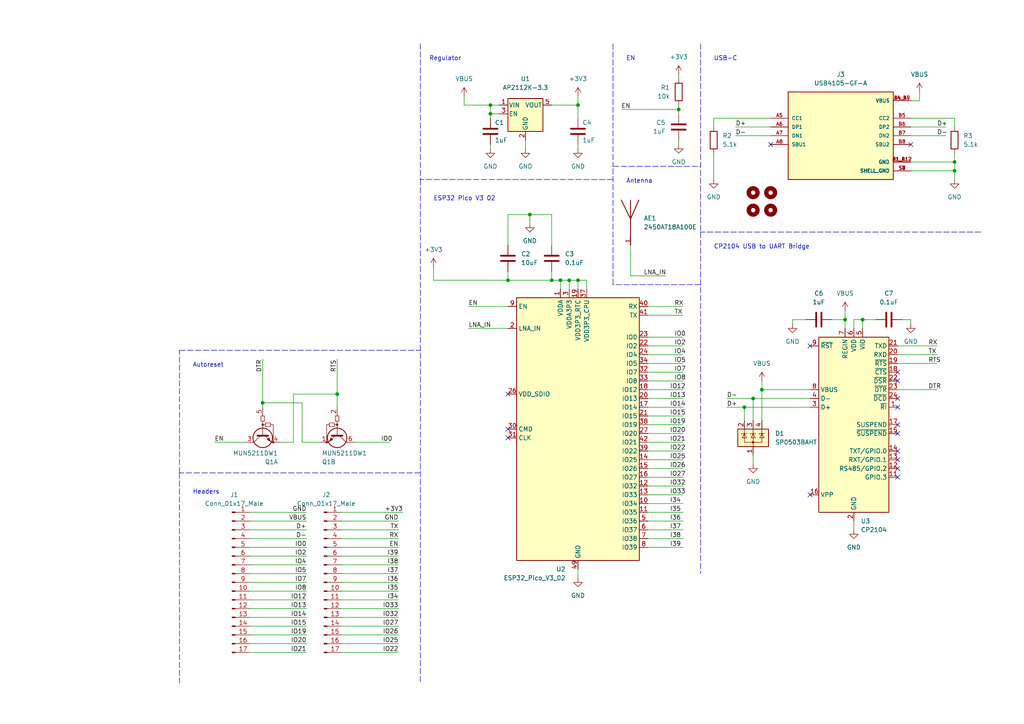
<source format=kicad_sch>
(kicad_sch (version 20211123) (generator eeschema)

  (uuid f5f168fc-40be-44bc-9eae-d355dd097981)

  (paper "A4")

  (lib_symbols
    (symbol "2450AT18A100E:2450AT18A100E" (pin_names (offset 1.016) hide) (in_bom yes) (on_board yes)
      (property "Reference" "AE" (id 0) (at -2.794 10.1854 0)
        (effects (font (size 1.27 1.27)) (justify left bottom))
      )
      (property "Value" "2450AT18A100E" (id 1) (at -2.667 -10.16 0)
        (effects (font (size 1.27 1.27)) (justify left bottom))
      )
      (property "Footprint" "ANTC3216X140N" (id 2) (at 0 0 0)
        (effects (font (size 1.27 1.27)) (justify left bottom) hide)
      )
      (property "Datasheet" "" (id 3) (at 0 0 0)
        (effects (font (size 1.27 1.27)) (justify left bottom) hide)
      )
      (property "MANUFACTURER" "JOHANSON DESIGN" (id 4) (at 0 0 0)
        (effects (font (size 1.27 1.27)) (justify left bottom) hide)
      )
      (property "STANDARD" "IPC-7351B" (id 5) (at 0 0 0)
        (effects (font (size 1.27 1.27)) (justify left bottom) hide)
      )
      (property "PARTREV" "1.3" (id 6) (at 0 0 0)
        (effects (font (size 1.27 1.27)) (justify left bottom) hide)
      )
      (property "ki_locked" "" (id 7) (at 0 0 0)
        (effects (font (size 1.27 1.27)))
      )
      (symbol "2450AT18A100E_0_0"
        (polyline
          (pts
            (xy 0 2.54)
            (xy -2.667 8.001)
          )
          (stroke (width 0.254) (type default) (color 0 0 0 0))
          (fill (type none))
        )
        (polyline
          (pts
            (xy 0 2.54)
            (xy 0 -5.08)
          )
          (stroke (width 0.254) (type default) (color 0 0 0 0))
          (fill (type none))
        )
        (polyline
          (pts
            (xy 0 8.001)
            (xy 0 2.54)
          )
          (stroke (width 0.254) (type default) (color 0 0 0 0))
          (fill (type none))
        )
        (polyline
          (pts
            (xy 2.413 8.001)
            (xy 0 2.54)
          )
          (stroke (width 0.254) (type default) (color 0 0 0 0))
          (fill (type none))
        )
        (pin input line (at 0 -5.08 90) (length 2.54)
          (name "~" (effects (font (size 1.016 1.016))))
          (number "1" (effects (font (size 1.016 1.016))))
        )
      )
    )
    (symbol "Connector:Conn_01x17_Male" (pin_names (offset 1.016) hide) (in_bom yes) (on_board yes)
      (property "Reference" "J" (id 0) (at 0 22.86 0)
        (effects (font (size 1.27 1.27)))
      )
      (property "Value" "Conn_01x17_Male" (id 1) (at 0 -22.86 0)
        (effects (font (size 1.27 1.27)))
      )
      (property "Footprint" "" (id 2) (at 0 0 0)
        (effects (font (size 1.27 1.27)) hide)
      )
      (property "Datasheet" "~" (id 3) (at 0 0 0)
        (effects (font (size 1.27 1.27)) hide)
      )
      (property "ki_keywords" "connector" (id 4) (at 0 0 0)
        (effects (font (size 1.27 1.27)) hide)
      )
      (property "ki_description" "Generic connector, single row, 01x17, script generated (kicad-library-utils/schlib/autogen/connector/)" (id 5) (at 0 0 0)
        (effects (font (size 1.27 1.27)) hide)
      )
      (property "ki_fp_filters" "Connector*:*_1x??_*" (id 6) (at 0 0 0)
        (effects (font (size 1.27 1.27)) hide)
      )
      (symbol "Conn_01x17_Male_1_1"
        (polyline
          (pts
            (xy 1.27 -20.32)
            (xy 0.8636 -20.32)
          )
          (stroke (width 0.1524) (type default) (color 0 0 0 0))
          (fill (type none))
        )
        (polyline
          (pts
            (xy 1.27 -17.78)
            (xy 0.8636 -17.78)
          )
          (stroke (width 0.1524) (type default) (color 0 0 0 0))
          (fill (type none))
        )
        (polyline
          (pts
            (xy 1.27 -15.24)
            (xy 0.8636 -15.24)
          )
          (stroke (width 0.1524) (type default) (color 0 0 0 0))
          (fill (type none))
        )
        (polyline
          (pts
            (xy 1.27 -12.7)
            (xy 0.8636 -12.7)
          )
          (stroke (width 0.1524) (type default) (color 0 0 0 0))
          (fill (type none))
        )
        (polyline
          (pts
            (xy 1.27 -10.16)
            (xy 0.8636 -10.16)
          )
          (stroke (width 0.1524) (type default) (color 0 0 0 0))
          (fill (type none))
        )
        (polyline
          (pts
            (xy 1.27 -7.62)
            (xy 0.8636 -7.62)
          )
          (stroke (width 0.1524) (type default) (color 0 0 0 0))
          (fill (type none))
        )
        (polyline
          (pts
            (xy 1.27 -5.08)
            (xy 0.8636 -5.08)
          )
          (stroke (width 0.1524) (type default) (color 0 0 0 0))
          (fill (type none))
        )
        (polyline
          (pts
            (xy 1.27 -2.54)
            (xy 0.8636 -2.54)
          )
          (stroke (width 0.1524) (type default) (color 0 0 0 0))
          (fill (type none))
        )
        (polyline
          (pts
            (xy 1.27 0)
            (xy 0.8636 0)
          )
          (stroke (width 0.1524) (type default) (color 0 0 0 0))
          (fill (type none))
        )
        (polyline
          (pts
            (xy 1.27 2.54)
            (xy 0.8636 2.54)
          )
          (stroke (width 0.1524) (type default) (color 0 0 0 0))
          (fill (type none))
        )
        (polyline
          (pts
            (xy 1.27 5.08)
            (xy 0.8636 5.08)
          )
          (stroke (width 0.1524) (type default) (color 0 0 0 0))
          (fill (type none))
        )
        (polyline
          (pts
            (xy 1.27 7.62)
            (xy 0.8636 7.62)
          )
          (stroke (width 0.1524) (type default) (color 0 0 0 0))
          (fill (type none))
        )
        (polyline
          (pts
            (xy 1.27 10.16)
            (xy 0.8636 10.16)
          )
          (stroke (width 0.1524) (type default) (color 0 0 0 0))
          (fill (type none))
        )
        (polyline
          (pts
            (xy 1.27 12.7)
            (xy 0.8636 12.7)
          )
          (stroke (width 0.1524) (type default) (color 0 0 0 0))
          (fill (type none))
        )
        (polyline
          (pts
            (xy 1.27 15.24)
            (xy 0.8636 15.24)
          )
          (stroke (width 0.1524) (type default) (color 0 0 0 0))
          (fill (type none))
        )
        (polyline
          (pts
            (xy 1.27 17.78)
            (xy 0.8636 17.78)
          )
          (stroke (width 0.1524) (type default) (color 0 0 0 0))
          (fill (type none))
        )
        (polyline
          (pts
            (xy 1.27 20.32)
            (xy 0.8636 20.32)
          )
          (stroke (width 0.1524) (type default) (color 0 0 0 0))
          (fill (type none))
        )
        (rectangle (start 0.8636 -20.193) (end 0 -20.447)
          (stroke (width 0.1524) (type default) (color 0 0 0 0))
          (fill (type outline))
        )
        (rectangle (start 0.8636 -17.653) (end 0 -17.907)
          (stroke (width 0.1524) (type default) (color 0 0 0 0))
          (fill (type outline))
        )
        (rectangle (start 0.8636 -15.113) (end 0 -15.367)
          (stroke (width 0.1524) (type default) (color 0 0 0 0))
          (fill (type outline))
        )
        (rectangle (start 0.8636 -12.573) (end 0 -12.827)
          (stroke (width 0.1524) (type default) (color 0 0 0 0))
          (fill (type outline))
        )
        (rectangle (start 0.8636 -10.033) (end 0 -10.287)
          (stroke (width 0.1524) (type default) (color 0 0 0 0))
          (fill (type outline))
        )
        (rectangle (start 0.8636 -7.493) (end 0 -7.747)
          (stroke (width 0.1524) (type default) (color 0 0 0 0))
          (fill (type outline))
        )
        (rectangle (start 0.8636 -4.953) (end 0 -5.207)
          (stroke (width 0.1524) (type default) (color 0 0 0 0))
          (fill (type outline))
        )
        (rectangle (start 0.8636 -2.413) (end 0 -2.667)
          (stroke (width 0.1524) (type default) (color 0 0 0 0))
          (fill (type outline))
        )
        (rectangle (start 0.8636 0.127) (end 0 -0.127)
          (stroke (width 0.1524) (type default) (color 0 0 0 0))
          (fill (type outline))
        )
        (rectangle (start 0.8636 2.667) (end 0 2.413)
          (stroke (width 0.1524) (type default) (color 0 0 0 0))
          (fill (type outline))
        )
        (rectangle (start 0.8636 5.207) (end 0 4.953)
          (stroke (width 0.1524) (type default) (color 0 0 0 0))
          (fill (type outline))
        )
        (rectangle (start 0.8636 7.747) (end 0 7.493)
          (stroke (width 0.1524) (type default) (color 0 0 0 0))
          (fill (type outline))
        )
        (rectangle (start 0.8636 10.287) (end 0 10.033)
          (stroke (width 0.1524) (type default) (color 0 0 0 0))
          (fill (type outline))
        )
        (rectangle (start 0.8636 12.827) (end 0 12.573)
          (stroke (width 0.1524) (type default) (color 0 0 0 0))
          (fill (type outline))
        )
        (rectangle (start 0.8636 15.367) (end 0 15.113)
          (stroke (width 0.1524) (type default) (color 0 0 0 0))
          (fill (type outline))
        )
        (rectangle (start 0.8636 17.907) (end 0 17.653)
          (stroke (width 0.1524) (type default) (color 0 0 0 0))
          (fill (type outline))
        )
        (rectangle (start 0.8636 20.447) (end 0 20.193)
          (stroke (width 0.1524) (type default) (color 0 0 0 0))
          (fill (type outline))
        )
        (pin passive line (at 5.08 20.32 180) (length 3.81)
          (name "Pin_1" (effects (font (size 1.27 1.27))))
          (number "1" (effects (font (size 1.27 1.27))))
        )
        (pin passive line (at 5.08 -2.54 180) (length 3.81)
          (name "Pin_10" (effects (font (size 1.27 1.27))))
          (number "10" (effects (font (size 1.27 1.27))))
        )
        (pin passive line (at 5.08 -5.08 180) (length 3.81)
          (name "Pin_11" (effects (font (size 1.27 1.27))))
          (number "11" (effects (font (size 1.27 1.27))))
        )
        (pin passive line (at 5.08 -7.62 180) (length 3.81)
          (name "Pin_12" (effects (font (size 1.27 1.27))))
          (number "12" (effects (font (size 1.27 1.27))))
        )
        (pin passive line (at 5.08 -10.16 180) (length 3.81)
          (name "Pin_13" (effects (font (size 1.27 1.27))))
          (number "13" (effects (font (size 1.27 1.27))))
        )
        (pin passive line (at 5.08 -12.7 180) (length 3.81)
          (name "Pin_14" (effects (font (size 1.27 1.27))))
          (number "14" (effects (font (size 1.27 1.27))))
        )
        (pin passive line (at 5.08 -15.24 180) (length 3.81)
          (name "Pin_15" (effects (font (size 1.27 1.27))))
          (number "15" (effects (font (size 1.27 1.27))))
        )
        (pin passive line (at 5.08 -17.78 180) (length 3.81)
          (name "Pin_16" (effects (font (size 1.27 1.27))))
          (number "16" (effects (font (size 1.27 1.27))))
        )
        (pin passive line (at 5.08 -20.32 180) (length 3.81)
          (name "Pin_17" (effects (font (size 1.27 1.27))))
          (number "17" (effects (font (size 1.27 1.27))))
        )
        (pin passive line (at 5.08 17.78 180) (length 3.81)
          (name "Pin_2" (effects (font (size 1.27 1.27))))
          (number "2" (effects (font (size 1.27 1.27))))
        )
        (pin passive line (at 5.08 15.24 180) (length 3.81)
          (name "Pin_3" (effects (font (size 1.27 1.27))))
          (number "3" (effects (font (size 1.27 1.27))))
        )
        (pin passive line (at 5.08 12.7 180) (length 3.81)
          (name "Pin_4" (effects (font (size 1.27 1.27))))
          (number "4" (effects (font (size 1.27 1.27))))
        )
        (pin passive line (at 5.08 10.16 180) (length 3.81)
          (name "Pin_5" (effects (font (size 1.27 1.27))))
          (number "5" (effects (font (size 1.27 1.27))))
        )
        (pin passive line (at 5.08 7.62 180) (length 3.81)
          (name "Pin_6" (effects (font (size 1.27 1.27))))
          (number "6" (effects (font (size 1.27 1.27))))
        )
        (pin passive line (at 5.08 5.08 180) (length 3.81)
          (name "Pin_7" (effects (font (size 1.27 1.27))))
          (number "7" (effects (font (size 1.27 1.27))))
        )
        (pin passive line (at 5.08 2.54 180) (length 3.81)
          (name "Pin_8" (effects (font (size 1.27 1.27))))
          (number "8" (effects (font (size 1.27 1.27))))
        )
        (pin passive line (at 5.08 0 180) (length 3.81)
          (name "Pin_9" (effects (font (size 1.27 1.27))))
          (number "9" (effects (font (size 1.27 1.27))))
        )
      )
    )
    (symbol "Device:C" (pin_numbers hide) (pin_names (offset 0.254)) (in_bom yes) (on_board yes)
      (property "Reference" "C" (id 0) (at 0.635 2.54 0)
        (effects (font (size 1.27 1.27)) (justify left))
      )
      (property "Value" "C" (id 1) (at 0.635 -2.54 0)
        (effects (font (size 1.27 1.27)) (justify left))
      )
      (property "Footprint" "" (id 2) (at 0.9652 -3.81 0)
        (effects (font (size 1.27 1.27)) hide)
      )
      (property "Datasheet" "~" (id 3) (at 0 0 0)
        (effects (font (size 1.27 1.27)) hide)
      )
      (property "ki_keywords" "cap capacitor" (id 4) (at 0 0 0)
        (effects (font (size 1.27 1.27)) hide)
      )
      (property "ki_description" "Unpolarized capacitor" (id 5) (at 0 0 0)
        (effects (font (size 1.27 1.27)) hide)
      )
      (property "ki_fp_filters" "C_*" (id 6) (at 0 0 0)
        (effects (font (size 1.27 1.27)) hide)
      )
      (symbol "C_0_1"
        (polyline
          (pts
            (xy -2.032 -0.762)
            (xy 2.032 -0.762)
          )
          (stroke (width 0.508) (type default) (color 0 0 0 0))
          (fill (type none))
        )
        (polyline
          (pts
            (xy -2.032 0.762)
            (xy 2.032 0.762)
          )
          (stroke (width 0.508) (type default) (color 0 0 0 0))
          (fill (type none))
        )
      )
      (symbol "C_1_1"
        (pin passive line (at 0 3.81 270) (length 2.794)
          (name "~" (effects (font (size 1.27 1.27))))
          (number "1" (effects (font (size 1.27 1.27))))
        )
        (pin passive line (at 0 -3.81 90) (length 2.794)
          (name "~" (effects (font (size 1.27 1.27))))
          (number "2" (effects (font (size 1.27 1.27))))
        )
      )
    )
    (symbol "Device:R" (pin_numbers hide) (pin_names (offset 0)) (in_bom yes) (on_board yes)
      (property "Reference" "R" (id 0) (at 2.032 0 90)
        (effects (font (size 1.27 1.27)))
      )
      (property "Value" "R" (id 1) (at 0 0 90)
        (effects (font (size 1.27 1.27)))
      )
      (property "Footprint" "" (id 2) (at -1.778 0 90)
        (effects (font (size 1.27 1.27)) hide)
      )
      (property "Datasheet" "~" (id 3) (at 0 0 0)
        (effects (font (size 1.27 1.27)) hide)
      )
      (property "ki_keywords" "R res resistor" (id 4) (at 0 0 0)
        (effects (font (size 1.27 1.27)) hide)
      )
      (property "ki_description" "Resistor" (id 5) (at 0 0 0)
        (effects (font (size 1.27 1.27)) hide)
      )
      (property "ki_fp_filters" "R_*" (id 6) (at 0 0 0)
        (effects (font (size 1.27 1.27)) hide)
      )
      (symbol "R_0_1"
        (rectangle (start -1.016 -2.54) (end 1.016 2.54)
          (stroke (width 0.254) (type default) (color 0 0 0 0))
          (fill (type none))
        )
      )
      (symbol "R_1_1"
        (pin passive line (at 0 3.81 270) (length 1.27)
          (name "~" (effects (font (size 1.27 1.27))))
          (number "1" (effects (font (size 1.27 1.27))))
        )
        (pin passive line (at 0 -3.81 90) (length 1.27)
          (name "~" (effects (font (size 1.27 1.27))))
          (number "2" (effects (font (size 1.27 1.27))))
        )
      )
    )
    (symbol "Displays:ESP32_Pico_V3_02" (in_bom yes) (on_board yes)
      (property "Reference" "U" (id 0) (at 0 0 0)
        (effects (font (size 1.27 1.27)))
      )
      (property "Value" "ESP32_Pico_V3_02" (id 1) (at 0 0 0)
        (effects (font (size 1.27 1.27)))
      )
      (property "Footprint" "Package_DFN_QFN:QFN-48-1EP_7x7mm_P0.5mm_EP5.3x5.3mm" (id 2) (at 0 0 0)
        (effects (font (size 1.27 1.27)) hide)
      )
      (property "Datasheet" "" (id 3) (at 0 0 0)
        (effects (font (size 1.27 1.27)) hide)
      )
      (symbol "ESP32_Pico_V3_02_0_0"
        (pin power_in line (at -5.08 -13.97 270) (length 2.54)
          (name "VDDA" (effects (font (size 1.27 1.27))))
          (number "1" (effects (font (size 1.27 1.27))))
        )
        (pin input line (at 20.32 -76.2 180) (length 2.54)
          (name "IO34" (effects (font (size 1.27 1.27))))
          (number "10" (effects (font (size 1.27 1.27))))
        )
        (pin input line (at 20.32 -78.74 180) (length 2.54)
          (name "IO35" (effects (font (size 1.27 1.27))))
          (number "11" (effects (font (size 1.27 1.27))))
        )
        (pin bidirectional line (at 20.32 -71.12 180) (length 2.54)
          (name "IO32" (effects (font (size 1.27 1.27))))
          (number "12" (effects (font (size 1.27 1.27))))
        )
        (pin bidirectional line (at 20.32 -73.66 180) (length 2.54)
          (name "IO33" (effects (font (size 1.27 1.27))))
          (number "13" (effects (font (size 1.27 1.27))))
        )
        (pin bidirectional line (at 20.32 -63.5 180) (length 2.54)
          (name "IO25" (effects (font (size 1.27 1.27))))
          (number "14" (effects (font (size 1.27 1.27))))
        )
        (pin bidirectional line (at 20.32 -66.04 180) (length 2.54)
          (name "IO26" (effects (font (size 1.27 1.27))))
          (number "15" (effects (font (size 1.27 1.27))))
        )
        (pin bidirectional line (at 20.32 -68.58 180) (length 2.54)
          (name "IO27" (effects (font (size 1.27 1.27))))
          (number "16" (effects (font (size 1.27 1.27))))
        )
        (pin bidirectional line (at 20.32 -48.26 180) (length 2.54)
          (name "IO14" (effects (font (size 1.27 1.27))))
          (number "17" (effects (font (size 1.27 1.27))))
        )
        (pin bidirectional line (at 20.32 -43.18 180) (length 2.54)
          (name "IO12" (effects (font (size 1.27 1.27))))
          (number "18" (effects (font (size 1.27 1.27))))
        )
        (pin power_in line (at 0 -13.97 270) (length 2.54)
          (name "VDD3P3_RTC" (effects (font (size 1.27 1.27))))
          (number "19" (effects (font (size 1.27 1.27))))
        )
        (pin bidirectional line (at -20.32 -25.4 0) (length 2.54)
          (name "LNA_IN" (effects (font (size 1.27 1.27))))
          (number "2" (effects (font (size 1.27 1.27))))
        )
        (pin bidirectional line (at 20.32 -45.72 180) (length 2.54)
          (name "IO13" (effects (font (size 1.27 1.27))))
          (number "20" (effects (font (size 1.27 1.27))))
        )
        (pin bidirectional line (at 20.32 -50.8 180) (length 2.54)
          (name "IO15" (effects (font (size 1.27 1.27))))
          (number "21" (effects (font (size 1.27 1.27))))
        )
        (pin bidirectional line (at 20.32 -30.48 180) (length 2.54)
          (name "IO2" (effects (font (size 1.27 1.27))))
          (number "22" (effects (font (size 1.27 1.27))))
        )
        (pin bidirectional line (at 20.32 -27.94 180) (length 2.54)
          (name "IO0" (effects (font (size 1.27 1.27))))
          (number "23" (effects (font (size 1.27 1.27))))
        )
        (pin bidirectional line (at 20.32 -33.02 180) (length 2.54)
          (name "IO4" (effects (font (size 1.27 1.27))))
          (number "24" (effects (font (size 1.27 1.27))))
        )
        (pin no_connect line (at -20.32 -69.85 0) (length 2.54) hide
          (name "NC" (effects (font (size 1.27 1.27))))
          (number "25" (effects (font (size 1.27 1.27))))
        )
        (pin power_out line (at -20.32 -44.45 0) (length 2.54)
          (name "VDD_SDIO" (effects (font (size 1.27 1.27))))
          (number "26" (effects (font (size 1.27 1.27))))
        )
        (pin bidirectional line (at 20.32 -55.88 180) (length 2.54)
          (name "IO20" (effects (font (size 1.27 1.27))))
          (number "27" (effects (font (size 1.27 1.27))))
        )
        (pin no_connect line (at -20.32 -72.39 0) (length 2.54) hide
          (name "NC" (effects (font (size 1.27 1.27))))
          (number "28" (effects (font (size 1.27 1.27))))
        )
        (pin no_connect line (at -20.32 -67.31 0) (length 2.54) hide
          (name "NC" (effects (font (size 1.27 1.27))))
          (number "29" (effects (font (size 1.27 1.27))))
        )
        (pin power_in line (at -2.54 -13.97 270) (length 2.54)
          (name "VDDA3P3" (effects (font (size 1.27 1.27))))
          (number "3" (effects (font (size 1.27 1.27))))
        )
        (pin bidirectional line (at -20.32 -54.61 0) (length 2.54)
          (name "CMD" (effects (font (size 1.27 1.27))))
          (number "30" (effects (font (size 1.27 1.27))))
        )
        (pin bidirectional line (at -20.32 -57.15 0) (length 2.54)
          (name "CLK" (effects (font (size 1.27 1.27))))
          (number "31" (effects (font (size 1.27 1.27))))
        )
        (pin bidirectional line (at 20.32 -38.1 180) (length 2.54)
          (name "IO7" (effects (font (size 1.27 1.27))))
          (number "32" (effects (font (size 1.27 1.27))))
        )
        (pin bidirectional line (at 20.32 -40.64 180) (length 2.54)
          (name "IO8" (effects (font (size 1.27 1.27))))
          (number "33" (effects (font (size 1.27 1.27))))
        )
        (pin bidirectional line (at 20.32 -35.56 180) (length 2.54)
          (name "IO5" (effects (font (size 1.27 1.27))))
          (number "34" (effects (font (size 1.27 1.27))))
        )
        (pin no_connect line (at -20.32 -74.93 0) (length 2.54) hide
          (name "NC" (effects (font (size 1.27 1.27))))
          (number "35" (effects (font (size 1.27 1.27))))
        )
        (pin no_connect line (at -20.32 -77.47 0) (length 2.54) hide
          (name "NC" (effects (font (size 1.27 1.27))))
          (number "36" (effects (font (size 1.27 1.27))))
        )
        (pin power_in line (at 2.54 -13.97 270) (length 2.54)
          (name "VDD3P3_CPU" (effects (font (size 1.27 1.27))))
          (number "37" (effects (font (size 1.27 1.27))))
        )
        (pin bidirectional line (at 20.32 -53.34 180) (length 2.54)
          (name "IO19" (effects (font (size 1.27 1.27))))
          (number "38" (effects (font (size 1.27 1.27))))
        )
        (pin bidirectional line (at 20.32 -60.96 180) (length 2.54)
          (name "IO22" (effects (font (size 1.27 1.27))))
          (number "39" (effects (font (size 1.27 1.27))))
        )
        (pin passive line (at -2.54 -13.97 270) (length 2.54) hide
          (name "VDDA3P3" (effects (font (size 1.27 1.27))))
          (number "4" (effects (font (size 1.27 1.27))))
        )
        (pin bidirectional line (at 20.32 -19.05 180) (length 2.54)
          (name "RX" (effects (font (size 1.27 1.27))))
          (number "40" (effects (font (size 1.27 1.27))))
        )
        (pin bidirectional line (at 20.32 -21.59 180) (length 2.54)
          (name "TX" (effects (font (size 1.27 1.27))))
          (number "41" (effects (font (size 1.27 1.27))))
        )
        (pin bidirectional line (at 20.32 -58.42 180) (length 2.54)
          (name "IO21" (effects (font (size 1.27 1.27))))
          (number "42" (effects (font (size 1.27 1.27))))
        )
        (pin passive line (at -5.08 -13.97 270) (length 2.54) hide
          (name "VDDA" (effects (font (size 1.27 1.27))))
          (number "43" (effects (font (size 1.27 1.27))))
        )
        (pin no_connect line (at -20.32 -80.01 0) (length 2.54) hide
          (name "NC" (effects (font (size 1.27 1.27))))
          (number "44" (effects (font (size 1.27 1.27))))
        )
        (pin no_connect line (at -20.32 -82.55 0) (length 2.54) hide
          (name "NC" (effects (font (size 1.27 1.27))))
          (number "45" (effects (font (size 1.27 1.27))))
        )
        (pin passive line (at -5.08 -13.97 270) (length 2.54) hide
          (name "VDDA" (effects (font (size 1.27 1.27))))
          (number "46" (effects (font (size 1.27 1.27))))
        )
        (pin no_connect line (at -20.32 -85.09 0) (length 2.54) hide
          (name "NC" (effects (font (size 1.27 1.27))))
          (number "47" (effects (font (size 1.27 1.27))))
        )
        (pin no_connect line (at -20.32 -87.63 0) (length 2.54) hide
          (name "NC" (effects (font (size 1.27 1.27))))
          (number "48" (effects (font (size 1.27 1.27))))
        )
        (pin power_in line (at 0 -95.25 90) (length 2.54)
          (name "GND" (effects (font (size 1.27 1.27))))
          (number "49" (effects (font (size 1.27 1.27))))
        )
        (pin input line (at 20.32 -81.28 180) (length 2.54)
          (name "IO36" (effects (font (size 1.27 1.27))))
          (number "5" (effects (font (size 1.27 1.27))))
        )
        (pin input line (at 20.32 -83.82 180) (length 2.54)
          (name "IO37" (effects (font (size 1.27 1.27))))
          (number "6" (effects (font (size 1.27 1.27))))
        )
        (pin input line (at 20.32 -86.36 180) (length 2.54)
          (name "IO38" (effects (font (size 1.27 1.27))))
          (number "7" (effects (font (size 1.27 1.27))))
        )
        (pin input line (at 20.32 -88.9 180) (length 2.54)
          (name "IO39" (effects (font (size 1.27 1.27))))
          (number "8" (effects (font (size 1.27 1.27))))
        )
        (pin input line (at -20.32 -19.05 0) (length 2.54)
          (name "EN" (effects (font (size 1.27 1.27))))
          (number "9" (effects (font (size 1.27 1.27))))
        )
      )
      (symbol "ESP32_Pico_V3_02_0_1"
        (rectangle (start -17.78 -16.51) (end 17.78 -92.71)
          (stroke (width 0.254) (type default) (color 0 0 0 0))
          (fill (type background))
        )
      )
    )
    (symbol "Interface_USB:CP2104" (in_bom yes) (on_board yes)
      (property "Reference" "U" (id 0) (at -5.08 28.575 0)
        (effects (font (size 1.27 1.27)) (justify right))
      )
      (property "Value" "CP2104" (id 1) (at -5.08 26.67 0)
        (effects (font (size 1.27 1.27)) (justify right))
      )
      (property "Footprint" "Package_DFN_QFN:QFN-24-1EP_4x4mm_P0.5mm_EP2.6x2.6mm" (id 2) (at 29.21 -52.07 0)
        (effects (font (size 1.27 1.27)) (justify left) hide)
      )
      (property "Datasheet" "https://www.silabs.com/documents/public/data-sheets/cp2104.pdf" (id 3) (at 105.41 10.16 0)
        (effects (font (size 1.27 1.27)) hide)
      )
      (property "ki_keywords" "uart usb bridge interface transceiver" (id 4) (at 0 0 0)
        (effects (font (size 1.27 1.27)) hide)
      )
      (property "ki_description" "Single-Chip USB-to-UART Bridge, USB 2.0 Full-Speed, 2Mbps UART, QFN-24" (id 5) (at 0 0 0)
        (effects (font (size 1.27 1.27)) hide)
      )
      (property "ki_fp_filters" "QFN*4x4mm*P0.5mm*" (id 6) (at 0 0 0)
        (effects (font (size 1.27 1.27)) hide)
      )
      (symbol "CP2104_1_1"
        (rectangle (start -10.16 25.4) (end 10.16 -25.4)
          (stroke (width 0.254) (type default) (color 0 0 0 0))
          (fill (type background))
        )
        (pin input line (at 12.7 5.08 180) (length 2.54)
          (name "~{RI}" (effects (font (size 1.27 1.27))))
          (number "1" (effects (font (size 1.27 1.27))))
        )
        (pin no_connect line (at 10.16 -20.32 180) (length 2.54) hide
          (name "NC" (effects (font (size 1.27 1.27))))
          (number "10" (effects (font (size 1.27 1.27))))
        )
        (pin bidirectional line (at 12.7 -15.24 180) (length 2.54)
          (name "GPIO.3" (effects (font (size 1.27 1.27))))
          (number "11" (effects (font (size 1.27 1.27))))
        )
        (pin bidirectional line (at 12.7 -12.7 180) (length 2.54)
          (name "RS485/GPIO.2" (effects (font (size 1.27 1.27))))
          (number "12" (effects (font (size 1.27 1.27))))
        )
        (pin bidirectional line (at 12.7 -10.16 180) (length 2.54)
          (name "RXT/GPIO.1" (effects (font (size 1.27 1.27))))
          (number "13" (effects (font (size 1.27 1.27))))
        )
        (pin bidirectional line (at 12.7 -7.62 180) (length 2.54)
          (name "TXT/GPIO.0" (effects (font (size 1.27 1.27))))
          (number "14" (effects (font (size 1.27 1.27))))
        )
        (pin output line (at 12.7 -2.54 180) (length 2.54)
          (name "~{SUSPEND}" (effects (font (size 1.27 1.27))))
          (number "15" (effects (font (size 1.27 1.27))))
        )
        (pin passive line (at -12.7 -20.32 0) (length 2.54)
          (name "VPP" (effects (font (size 1.27 1.27))))
          (number "16" (effects (font (size 1.27 1.27))))
        )
        (pin output line (at 12.7 0 180) (length 2.54)
          (name "SUSPEND" (effects (font (size 1.27 1.27))))
          (number "17" (effects (font (size 1.27 1.27))))
        )
        (pin input line (at 12.7 15.24 180) (length 2.54)
          (name "~{CTS}" (effects (font (size 1.27 1.27))))
          (number "18" (effects (font (size 1.27 1.27))))
        )
        (pin output line (at 12.7 17.78 180) (length 2.54)
          (name "~{RTS}" (effects (font (size 1.27 1.27))))
          (number "19" (effects (font (size 1.27 1.27))))
        )
        (pin power_in line (at 0 -27.94 90) (length 2.54)
          (name "GND" (effects (font (size 1.27 1.27))))
          (number "2" (effects (font (size 1.27 1.27))))
        )
        (pin input line (at 12.7 20.32 180) (length 2.54)
          (name "RXD" (effects (font (size 1.27 1.27))))
          (number "20" (effects (font (size 1.27 1.27))))
        )
        (pin output line (at 12.7 22.86 180) (length 2.54)
          (name "TXD" (effects (font (size 1.27 1.27))))
          (number "21" (effects (font (size 1.27 1.27))))
        )
        (pin input line (at 12.7 12.7 180) (length 2.54)
          (name "~{DSR}" (effects (font (size 1.27 1.27))))
          (number "22" (effects (font (size 1.27 1.27))))
        )
        (pin output line (at 12.7 10.16 180) (length 2.54)
          (name "~{DTR}" (effects (font (size 1.27 1.27))))
          (number "23" (effects (font (size 1.27 1.27))))
        )
        (pin input line (at 12.7 7.62 180) (length 2.54)
          (name "~{DCD}" (effects (font (size 1.27 1.27))))
          (number "24" (effects (font (size 1.27 1.27))))
        )
        (pin passive line (at 0 -27.94 90) (length 2.54) hide
          (name "GND" (effects (font (size 1.27 1.27))))
          (number "25" (effects (font (size 1.27 1.27))))
        )
        (pin bidirectional line (at -12.7 5.08 0) (length 2.54)
          (name "D+" (effects (font (size 1.27 1.27))))
          (number "3" (effects (font (size 1.27 1.27))))
        )
        (pin bidirectional line (at -12.7 7.62 0) (length 2.54)
          (name "D-" (effects (font (size 1.27 1.27))))
          (number "4" (effects (font (size 1.27 1.27))))
        )
        (pin power_in line (at 2.54 27.94 270) (length 2.54)
          (name "VIO" (effects (font (size 1.27 1.27))))
          (number "5" (effects (font (size 1.27 1.27))))
        )
        (pin power_in line (at 0 27.94 270) (length 2.54)
          (name "VDD" (effects (font (size 1.27 1.27))))
          (number "6" (effects (font (size 1.27 1.27))))
        )
        (pin power_in line (at -2.54 27.94 270) (length 2.54)
          (name "REGIN" (effects (font (size 1.27 1.27))))
          (number "7" (effects (font (size 1.27 1.27))))
        )
        (pin input line (at -12.7 10.16 0) (length 2.54)
          (name "VBUS" (effects (font (size 1.27 1.27))))
          (number "8" (effects (font (size 1.27 1.27))))
        )
        (pin bidirectional line (at -12.7 22.86 0) (length 2.54)
          (name "~{RST}" (effects (font (size 1.27 1.27))))
          (number "9" (effects (font (size 1.27 1.27))))
        )
      )
    )
    (symbol "Mechanical:MountingHole" (pin_names (offset 1.016)) (in_bom yes) (on_board yes)
      (property "Reference" "H" (id 0) (at 0 5.08 0)
        (effects (font (size 1.27 1.27)))
      )
      (property "Value" "MountingHole" (id 1) (at 0 3.175 0)
        (effects (font (size 1.27 1.27)))
      )
      (property "Footprint" "" (id 2) (at 0 0 0)
        (effects (font (size 1.27 1.27)) hide)
      )
      (property "Datasheet" "~" (id 3) (at 0 0 0)
        (effects (font (size 1.27 1.27)) hide)
      )
      (property "ki_keywords" "mounting hole" (id 4) (at 0 0 0)
        (effects (font (size 1.27 1.27)) hide)
      )
      (property "ki_description" "Mounting Hole without connection" (id 5) (at 0 0 0)
        (effects (font (size 1.27 1.27)) hide)
      )
      (property "ki_fp_filters" "MountingHole*" (id 6) (at 0 0 0)
        (effects (font (size 1.27 1.27)) hide)
      )
      (symbol "MountingHole_0_1"
        (circle (center 0 0) (radius 1.27)
          (stroke (width 1.27) (type default) (color 0 0 0 0))
          (fill (type none))
        )
      )
    )
    (symbol "Power_Protection:SP0503BAHT" (pin_names hide) (in_bom yes) (on_board yes)
      (property "Reference" "D" (id 0) (at 5.715 2.54 0)
        (effects (font (size 1.27 1.27)) (justify left))
      )
      (property "Value" "SP0503BAHT" (id 1) (at 5.715 0.635 0)
        (effects (font (size 1.27 1.27)) (justify left))
      )
      (property "Footprint" "Package_TO_SOT_SMD:SOT-143" (id 2) (at 5.715 -1.27 0)
        (effects (font (size 1.27 1.27)) (justify left) hide)
      )
      (property "Datasheet" "http://www.littelfuse.com/~/media/files/littelfuse/technical%20resources/documents/data%20sheets/sp05xxba.pdf" (id 3) (at 3.175 3.175 0)
        (effects (font (size 1.27 1.27)) hide)
      )
      (property "ki_keywords" "usb esd protection suppression transient" (id 4) (at 0 0 0)
        (effects (font (size 1.27 1.27)) hide)
      )
      (property "ki_description" "TVS Diode Array, 5.5V Standoff, 3 Channels, SOT-143 package" (id 5) (at 0 0 0)
        (effects (font (size 1.27 1.27)) hide)
      )
      (property "ki_fp_filters" "SOT?143*" (id 6) (at 0 0 0)
        (effects (font (size 1.27 1.27)) hide)
      )
      (symbol "SP0503BAHT_0_0"
        (pin passive line (at 0 -5.08 90) (length 2.54)
          (name "A" (effects (font (size 1.27 1.27))))
          (number "1" (effects (font (size 1.27 1.27))))
        )
      )
      (symbol "SP0503BAHT_0_1"
        (rectangle (start -4.445 2.54) (end 4.445 -2.54)
          (stroke (width 0.254) (type default) (color 0 0 0 0))
          (fill (type background))
        )
        (circle (center 0 -1.27) (radius 0.254)
          (stroke (width 0) (type default) (color 0 0 0 0))
          (fill (type outline))
        )
        (polyline
          (pts
            (xy -2.54 2.54)
            (xy -2.54 1.27)
          )
          (stroke (width 0) (type default) (color 0 0 0 0))
          (fill (type none))
        )
        (polyline
          (pts
            (xy 0 -1.27)
            (xy 0 -2.54)
          )
          (stroke (width 0) (type default) (color 0 0 0 0))
          (fill (type none))
        )
        (polyline
          (pts
            (xy 0 -1.27)
            (xy 0 1.27)
          )
          (stroke (width 0) (type default) (color 0 0 0 0))
          (fill (type none))
        )
        (polyline
          (pts
            (xy 0 2.54)
            (xy 0 1.27)
          )
          (stroke (width 0) (type default) (color 0 0 0 0))
          (fill (type none))
        )
        (polyline
          (pts
            (xy 0.635 1.27)
            (xy 0.762 1.27)
          )
          (stroke (width 0) (type default) (color 0 0 0 0))
          (fill (type none))
        )
        (polyline
          (pts
            (xy 2.54 2.54)
            (xy 2.54 1.27)
          )
          (stroke (width 0) (type default) (color 0 0 0 0))
          (fill (type none))
        )
        (polyline
          (pts
            (xy 0.635 1.27)
            (xy -0.762 1.27)
            (xy -0.762 1.016)
          )
          (stroke (width 0) (type default) (color 0 0 0 0))
          (fill (type none))
        )
        (polyline
          (pts
            (xy -3.302 1.016)
            (xy -3.302 1.27)
            (xy -1.905 1.27)
            (xy -1.778 1.27)
          )
          (stroke (width 0) (type default) (color 0 0 0 0))
          (fill (type none))
        )
        (polyline
          (pts
            (xy -2.54 1.27)
            (xy -2.54 -1.27)
            (xy 2.54 -1.27)
            (xy 2.54 1.27)
          )
          (stroke (width 0) (type default) (color 0 0 0 0))
          (fill (type none))
        )
        (polyline
          (pts
            (xy -2.54 1.27)
            (xy -1.905 0)
            (xy -3.175 0)
            (xy -2.54 1.27)
          )
          (stroke (width 0) (type default) (color 0 0 0 0))
          (fill (type none))
        )
        (polyline
          (pts
            (xy 0.635 0)
            (xy -0.635 0)
            (xy 0 1.27)
            (xy 0.635 0)
          )
          (stroke (width 0) (type default) (color 0 0 0 0))
          (fill (type none))
        )
        (polyline
          (pts
            (xy 1.778 1.016)
            (xy 1.778 1.27)
            (xy 3.175 1.27)
            (xy 3.302 1.27)
          )
          (stroke (width 0) (type default) (color 0 0 0 0))
          (fill (type none))
        )
        (polyline
          (pts
            (xy 2.54 1.27)
            (xy 1.905 0)
            (xy 3.175 0)
            (xy 2.54 1.27)
          )
          (stroke (width 0) (type default) (color 0 0 0 0))
          (fill (type none))
        )
      )
      (symbol "SP0503BAHT_1_1"
        (pin passive line (at -2.54 5.08 270) (length 2.54)
          (name "K" (effects (font (size 1.27 1.27))))
          (number "2" (effects (font (size 1.27 1.27))))
        )
        (pin passive line (at 0 5.08 270) (length 2.54)
          (name "K" (effects (font (size 1.27 1.27))))
          (number "3" (effects (font (size 1.27 1.27))))
        )
        (pin passive line (at 2.54 5.08 270) (length 2.54)
          (name "K" (effects (font (size 1.27 1.27))))
          (number "4" (effects (font (size 1.27 1.27))))
        )
      )
    )
    (symbol "Regulator_Linear:AP2112K-3.3" (pin_names (offset 0.254)) (in_bom yes) (on_board yes)
      (property "Reference" "U" (id 0) (at -5.08 5.715 0)
        (effects (font (size 1.27 1.27)) (justify left))
      )
      (property "Value" "AP2112K-3.3" (id 1) (at 0 5.715 0)
        (effects (font (size 1.27 1.27)) (justify left))
      )
      (property "Footprint" "Package_TO_SOT_SMD:SOT-23-5" (id 2) (at 0 8.255 0)
        (effects (font (size 1.27 1.27)) hide)
      )
      (property "Datasheet" "https://www.diodes.com/assets/Datasheets/AP2112.pdf" (id 3) (at 0 2.54 0)
        (effects (font (size 1.27 1.27)) hide)
      )
      (property "ki_keywords" "linear regulator ldo fixed positive" (id 4) (at 0 0 0)
        (effects (font (size 1.27 1.27)) hide)
      )
      (property "ki_description" "600mA low dropout linear regulator, with enable pin, 3.8V-6V input voltage range, 3.3V fixed positive output, SOT-23-5" (id 5) (at 0 0 0)
        (effects (font (size 1.27 1.27)) hide)
      )
      (property "ki_fp_filters" "SOT?23?5*" (id 6) (at 0 0 0)
        (effects (font (size 1.27 1.27)) hide)
      )
      (symbol "AP2112K-3.3_0_1"
        (rectangle (start -5.08 4.445) (end 5.08 -5.08)
          (stroke (width 0.254) (type default) (color 0 0 0 0))
          (fill (type background))
        )
      )
      (symbol "AP2112K-3.3_1_1"
        (pin power_in line (at -7.62 2.54 0) (length 2.54)
          (name "VIN" (effects (font (size 1.27 1.27))))
          (number "1" (effects (font (size 1.27 1.27))))
        )
        (pin power_in line (at 0 -7.62 90) (length 2.54)
          (name "GND" (effects (font (size 1.27 1.27))))
          (number "2" (effects (font (size 1.27 1.27))))
        )
        (pin input line (at -7.62 0 0) (length 2.54)
          (name "EN" (effects (font (size 1.27 1.27))))
          (number "3" (effects (font (size 1.27 1.27))))
        )
        (pin no_connect line (at 5.08 0 180) (length 2.54) hide
          (name "NC" (effects (font (size 1.27 1.27))))
          (number "4" (effects (font (size 1.27 1.27))))
        )
        (pin power_out line (at 7.62 2.54 180) (length 2.54)
          (name "VOUT" (effects (font (size 1.27 1.27))))
          (number "5" (effects (font (size 1.27 1.27))))
        )
      )
    )
    (symbol "Transistor_BJT:MUN5211DW1" (pin_names hide) (in_bom yes) (on_board yes)
      (property "Reference" "Q" (id 0) (at 3.81 1.27 0)
        (effects (font (size 1.27 1.27)) (justify left))
      )
      (property "Value" "MUN5211DW1" (id 1) (at 3.81 -1.27 0)
        (effects (font (size 1.27 1.27)) (justify left))
      )
      (property "Footprint" "Package_TO_SOT_SMD:SOT-363_SC-70-6" (id 2) (at 0.127 -11.176 0)
        (effects (font (size 1.27 1.27)) hide)
      )
      (property "Datasheet" "http://www.onsemi.com/pub/Collateral/DTC114ED-D.PDF" (id 3) (at 0 0 0)
        (effects (font (size 1.27 1.27)) hide)
      )
      (property "ki_keywords" "Dual NPN Transistor" (id 4) (at 0 0 0)
        (effects (font (size 1.27 1.27)) hide)
      )
      (property "ki_description" "0.1A Ic, 50V Vce, Dual NPN Bias Resistor Transistors, SOT-363" (id 5) (at 0 0 0)
        (effects (font (size 1.27 1.27)) hide)
      )
      (property "ki_fp_filters" "SOT*363*" (id 6) (at 0 0 0)
        (effects (font (size 1.27 1.27)) hide)
      )
      (symbol "MUN5211DW1_0_1"
        (rectangle (start -6.35 0.508) (end -4.826 -0.508)
          (stroke (width 0) (type default) (color 0 0 0 0))
          (fill (type none))
        )
        (rectangle (start -4.318 -2.286) (end -3.302 -0.762)
          (stroke (width 0) (type default) (color 0 0 0 0))
          (fill (type none))
        )
        (circle (center -3.81 0) (radius 0.254)
          (stroke (width 0) (type default) (color 0 0 0 0))
          (fill (type outline))
        )
        (polyline
          (pts
            (xy -3.81 -0.762)
            (xy -3.81 0)
          )
          (stroke (width 0) (type default) (color 0 0 0 0))
          (fill (type none))
        )
        (polyline
          (pts
            (xy -0.762 0)
            (xy -4.826 0)
          )
          (stroke (width 0) (type default) (color 0 0 0 0))
          (fill (type none))
        )
        (polyline
          (pts
            (xy -0.635 1.524)
            (xy -0.635 -1.524)
          )
          (stroke (width 0.508) (type default) (color 0 0 0 0))
          (fill (type none))
        )
        (polyline
          (pts
            (xy -3.81 -2.286)
            (xy -3.81 -3.048)
            (xy 1.27 -3.048)
          )
          (stroke (width 0) (type default) (color 0 0 0 0))
          (fill (type none))
        )
        (circle (center 1.27 -3.048) (radius 0.254)
          (stroke (width 0) (type default) (color 0 0 0 0))
          (fill (type outline))
        )
      )
      (symbol "MUN5211DW1_1_1"
        (polyline
          (pts
            (xy -0.635 0.635)
            (xy 1.27 2.54)
          )
          (stroke (width 0) (type default) (color 0 0 0 0))
          (fill (type none))
        )
        (polyline
          (pts
            (xy -0.635 -0.635)
            (xy 1.27 -2.54)
            (xy 1.27 -2.54)
          )
          (stroke (width 0) (type default) (color 0 0 0 0))
          (fill (type none))
        )
        (polyline
          (pts
            (xy 0 -1.778)
            (xy 0.508 -1.27)
            (xy 1.016 -2.286)
            (xy 0 -1.778)
            (xy 0 -1.778)
          )
          (stroke (width 0) (type default) (color 0 0 0 0))
          (fill (type outline))
        )
        (circle (center 0 0) (radius 2.8194)
          (stroke (width 0.254) (type default) (color 0 0 0 0))
          (fill (type none))
        )
        (pin passive line (at 1.27 5.08 270) (length 2.54)
          (name "C1" (effects (font (size 1.27 1.27))))
          (number "3" (effects (font (size 1.27 1.27))))
        )
        (pin passive line (at 1.27 -5.08 90) (length 2.54)
          (name "E1" (effects (font (size 1.27 1.27))))
          (number "4" (effects (font (size 1.27 1.27))))
        )
        (pin input line (at -8.89 0 0) (length 2.54)
          (name "B1" (effects (font (size 1.27 1.27))))
          (number "5" (effects (font (size 1.27 1.27))))
        )
      )
      (symbol "MUN5211DW1_2_1"
        (polyline
          (pts
            (xy -0.635 0.635)
            (xy 1.27 2.54)
          )
          (stroke (width 0) (type default) (color 0 0 0 0))
          (fill (type none))
        )
        (polyline
          (pts
            (xy -0.635 -0.635)
            (xy 1.27 -2.54)
            (xy 1.27 -2.54)
          )
          (stroke (width 0) (type default) (color 0 0 0 0))
          (fill (type none))
        )
        (polyline
          (pts
            (xy 0 -1.778)
            (xy 0.508 -1.27)
            (xy 1.016 -2.286)
            (xy 0 -1.778)
            (xy 0 -1.778)
          )
          (stroke (width 0) (type default) (color 0 0 0 0))
          (fill (type outline))
        )
        (circle (center 0 0) (radius 2.8194)
          (stroke (width 0.254) (type default) (color 0 0 0 0))
          (fill (type none))
        )
        (pin passive line (at 1.27 -5.08 90) (length 2.54)
          (name "E2" (effects (font (size 1.27 1.27))))
          (number "1" (effects (font (size 1.27 1.27))))
        )
        (pin input line (at -8.89 0 0) (length 2.54)
          (name "B2" (effects (font (size 1.27 1.27))))
          (number "2" (effects (font (size 1.27 1.27))))
        )
        (pin passive line (at 1.27 5.08 270) (length 2.54)
          (name "C2" (effects (font (size 1.27 1.27))))
          (number "6" (effects (font (size 1.27 1.27))))
        )
      )
    )
    (symbol "USB4105-GF-A:USB4105-GF-A" (pin_names (offset 1.016)) (in_bom yes) (on_board yes)
      (property "Reference" "J" (id 0) (at -15.24 13.97 0)
        (effects (font (size 1.27 1.27)) (justify left bottom))
      )
      (property "Value" "USB4105-GF-A" (id 1) (at -15.24 -15.24 0)
        (effects (font (size 1.27 1.27)) (justify left bottom))
      )
      (property "Footprint" "GCT_USB4105-GF-A" (id 2) (at 0 0 0)
        (effects (font (size 1.27 1.27)) (justify left bottom) hide)
      )
      (property "Datasheet" "" (id 3) (at 0 0 0)
        (effects (font (size 1.27 1.27)) (justify left bottom) hide)
      )
      (property "MANUFACTURER" "GCT" (id 4) (at 0 0 0)
        (effects (font (size 1.27 1.27)) (justify left bottom) hide)
      )
      (property "PARTREV" "A3" (id 5) (at 0 0 0)
        (effects (font (size 1.27 1.27)) (justify left bottom) hide)
      )
      (property "MAXIMUM_PACKAGE_HEIGHT" "3.31 mm" (id 6) (at 0 0 0)
        (effects (font (size 1.27 1.27)) (justify left bottom) hide)
      )
      (property "STANDARD" "Manufacturer Recommendations" (id 7) (at 0 0 0)
        (effects (font (size 1.27 1.27)) (justify left bottom) hide)
      )
      (property "ki_locked" "" (id 8) (at 0 0 0)
        (effects (font (size 1.27 1.27)))
      )
      (symbol "USB4105-GF-A_0_0"
        (rectangle (start -15.24 -12.7) (end 15.24 12.7)
          (stroke (width 0.254) (type default) (color 0 0 0 0))
          (fill (type background))
        )
        (pin power_in line (at 20.32 -7.62 180) (length 5.08)
          (name "GND" (effects (font (size 1.016 1.016))))
          (number "A1_B12" (effects (font (size 1.016 1.016))))
        )
        (pin power_in line (at 20.32 10.16 180) (length 5.08)
          (name "VBUS" (effects (font (size 1.016 1.016))))
          (number "A4_B9" (effects (font (size 1.016 1.016))))
        )
        (pin bidirectional line (at -20.32 5.08 0) (length 5.08)
          (name "CC1" (effects (font (size 1.016 1.016))))
          (number "A5" (effects (font (size 1.016 1.016))))
        )
        (pin bidirectional line (at -20.32 2.54 0) (length 5.08)
          (name "DP1" (effects (font (size 1.016 1.016))))
          (number "A6" (effects (font (size 1.016 1.016))))
        )
        (pin bidirectional line (at -20.32 0 0) (length 5.08)
          (name "DN1" (effects (font (size 1.016 1.016))))
          (number "A7" (effects (font (size 1.016 1.016))))
        )
        (pin bidirectional line (at -20.32 -2.54 0) (length 5.08)
          (name "SBU1" (effects (font (size 1.016 1.016))))
          (number "A8" (effects (font (size 1.016 1.016))))
        )
        (pin power_in line (at 20.32 -7.62 180) (length 5.08)
          (name "GND" (effects (font (size 1.016 1.016))))
          (number "B1_A12" (effects (font (size 1.016 1.016))))
        )
        (pin power_in line (at 20.32 10.16 180) (length 5.08)
          (name "VBUS" (effects (font (size 1.016 1.016))))
          (number "B4_A9" (effects (font (size 1.016 1.016))))
        )
        (pin bidirectional line (at 20.32 5.08 180) (length 5.08)
          (name "CC2" (effects (font (size 1.016 1.016))))
          (number "B5" (effects (font (size 1.016 1.016))))
        )
        (pin bidirectional line (at 20.32 2.54 180) (length 5.08)
          (name "DP2" (effects (font (size 1.016 1.016))))
          (number "B6" (effects (font (size 1.016 1.016))))
        )
        (pin bidirectional line (at 20.32 0 180) (length 5.08)
          (name "DN2" (effects (font (size 1.016 1.016))))
          (number "B7" (effects (font (size 1.016 1.016))))
        )
        (pin bidirectional line (at 20.32 -2.54 180) (length 5.08)
          (name "SBU2" (effects (font (size 1.016 1.016))))
          (number "B8" (effects (font (size 1.016 1.016))))
        )
        (pin power_in line (at 20.32 -10.16 180) (length 5.08)
          (name "SHELL_GND" (effects (font (size 1.016 1.016))))
          (number "S1" (effects (font (size 1.016 1.016))))
        )
        (pin power_in line (at 20.32 -10.16 180) (length 5.08)
          (name "SHELL_GND" (effects (font (size 1.016 1.016))))
          (number "S2" (effects (font (size 1.016 1.016))))
        )
        (pin power_in line (at 20.32 -10.16 180) (length 5.08)
          (name "SHELL_GND" (effects (font (size 1.016 1.016))))
          (number "S3" (effects (font (size 1.016 1.016))))
        )
        (pin power_in line (at 20.32 -10.16 180) (length 5.08)
          (name "SHELL_GND" (effects (font (size 1.016 1.016))))
          (number "S4" (effects (font (size 1.016 1.016))))
        )
      )
    )
    (symbol "power:+3.3V" (power) (pin_names (offset 0)) (in_bom yes) (on_board yes)
      (property "Reference" "#PWR" (id 0) (at 0 -3.81 0)
        (effects (font (size 1.27 1.27)) hide)
      )
      (property "Value" "+3.3V" (id 1) (at 0 3.556 0)
        (effects (font (size 1.27 1.27)))
      )
      (property "Footprint" "" (id 2) (at 0 0 0)
        (effects (font (size 1.27 1.27)) hide)
      )
      (property "Datasheet" "" (id 3) (at 0 0 0)
        (effects (font (size 1.27 1.27)) hide)
      )
      (property "ki_keywords" "power-flag" (id 4) (at 0 0 0)
        (effects (font (size 1.27 1.27)) hide)
      )
      (property "ki_description" "Power symbol creates a global label with name \"+3.3V\"" (id 5) (at 0 0 0)
        (effects (font (size 1.27 1.27)) hide)
      )
      (symbol "+3.3V_0_1"
        (polyline
          (pts
            (xy -0.762 1.27)
            (xy 0 2.54)
          )
          (stroke (width 0) (type default) (color 0 0 0 0))
          (fill (type none))
        )
        (polyline
          (pts
            (xy 0 0)
            (xy 0 2.54)
          )
          (stroke (width 0) (type default) (color 0 0 0 0))
          (fill (type none))
        )
        (polyline
          (pts
            (xy 0 2.54)
            (xy 0.762 1.27)
          )
          (stroke (width 0) (type default) (color 0 0 0 0))
          (fill (type none))
        )
      )
      (symbol "+3.3V_1_1"
        (pin power_in line (at 0 0 90) (length 0) hide
          (name "+3V3" (effects (font (size 1.27 1.27))))
          (number "1" (effects (font (size 1.27 1.27))))
        )
      )
    )
    (symbol "power:GND" (power) (pin_names (offset 0)) (in_bom yes) (on_board yes)
      (property "Reference" "#PWR" (id 0) (at 0 -6.35 0)
        (effects (font (size 1.27 1.27)) hide)
      )
      (property "Value" "GND" (id 1) (at 0 -3.81 0)
        (effects (font (size 1.27 1.27)))
      )
      (property "Footprint" "" (id 2) (at 0 0 0)
        (effects (font (size 1.27 1.27)) hide)
      )
      (property "Datasheet" "" (id 3) (at 0 0 0)
        (effects (font (size 1.27 1.27)) hide)
      )
      (property "ki_keywords" "power-flag" (id 4) (at 0 0 0)
        (effects (font (size 1.27 1.27)) hide)
      )
      (property "ki_description" "Power symbol creates a global label with name \"GND\" , ground" (id 5) (at 0 0 0)
        (effects (font (size 1.27 1.27)) hide)
      )
      (symbol "GND_0_1"
        (polyline
          (pts
            (xy 0 0)
            (xy 0 -1.27)
            (xy 1.27 -1.27)
            (xy 0 -2.54)
            (xy -1.27 -1.27)
            (xy 0 -1.27)
          )
          (stroke (width 0) (type default) (color 0 0 0 0))
          (fill (type none))
        )
      )
      (symbol "GND_1_1"
        (pin power_in line (at 0 0 270) (length 0) hide
          (name "GND" (effects (font (size 1.27 1.27))))
          (number "1" (effects (font (size 1.27 1.27))))
        )
      )
    )
    (symbol "power:VBUS" (power) (pin_names (offset 0)) (in_bom yes) (on_board yes)
      (property "Reference" "#PWR" (id 0) (at 0 -3.81 0)
        (effects (font (size 1.27 1.27)) hide)
      )
      (property "Value" "VBUS" (id 1) (at 0 3.81 0)
        (effects (font (size 1.27 1.27)))
      )
      (property "Footprint" "" (id 2) (at 0 0 0)
        (effects (font (size 1.27 1.27)) hide)
      )
      (property "Datasheet" "" (id 3) (at 0 0 0)
        (effects (font (size 1.27 1.27)) hide)
      )
      (property "ki_keywords" "power-flag" (id 4) (at 0 0 0)
        (effects (font (size 1.27 1.27)) hide)
      )
      (property "ki_description" "Power symbol creates a global label with name \"VBUS\"" (id 5) (at 0 0 0)
        (effects (font (size 1.27 1.27)) hide)
      )
      (symbol "VBUS_0_1"
        (polyline
          (pts
            (xy -0.762 1.27)
            (xy 0 2.54)
          )
          (stroke (width 0) (type default) (color 0 0 0 0))
          (fill (type none))
        )
        (polyline
          (pts
            (xy 0 0)
            (xy 0 2.54)
          )
          (stroke (width 0) (type default) (color 0 0 0 0))
          (fill (type none))
        )
        (polyline
          (pts
            (xy 0 2.54)
            (xy 0.762 1.27)
          )
          (stroke (width 0) (type default) (color 0 0 0 0))
          (fill (type none))
        )
      )
      (symbol "VBUS_1_1"
        (pin power_in line (at 0 0 90) (length 0) hide
          (name "VBUS" (effects (font (size 1.27 1.27))))
          (number "1" (effects (font (size 1.27 1.27))))
        )
      )
    )
  )

  (junction (at 167.64 81.28) (diameter 0) (color 0 0 0 0)
    (uuid 0e168a11-69fc-449f-aed2-e1b39547601a)
  )
  (junction (at 218.44 115.57) (diameter 0) (color 0 0 0 0)
    (uuid 1d5a873d-e31f-4c82-8557-cab9e42f09ac)
  )
  (junction (at 142.24 33.02) (diameter 0) (color 0 0 0 0)
    (uuid 30b8b216-a0a8-44ae-969c-c9a907c909af)
  )
  (junction (at 220.98 113.03) (diameter 0) (color 0 0 0 0)
    (uuid 30f68b76-fb95-4198-9232-e6e264c9216e)
  )
  (junction (at 196.85 31.75) (diameter 0) (color 0 0 0 0)
    (uuid 36b239b7-45a0-4340-ad89-7016e2f59b2c)
  )
  (junction (at 167.64 30.48) (diameter 0) (color 0 0 0 0)
    (uuid 37b92e7c-e18f-40ce-83df-d118dcf96146)
  )
  (junction (at 250.19 92.71) (diameter 0) (color 0 0 0 0)
    (uuid 3b517abe-89b2-45dc-830a-9ef3611e29ec)
  )
  (junction (at 76.2 116.84) (diameter 0) (color 0 0 0 0)
    (uuid 50079e21-c35e-4172-98a3-c45df7956c99)
  )
  (junction (at 162.56 81.28) (diameter 0) (color 0 0 0 0)
    (uuid 58fc4283-375e-4f60-9c31-b2941871c24b)
  )
  (junction (at 276.86 49.53) (diameter 0) (color 0 0 0 0)
    (uuid 6349ab08-4dcc-4900-ba77-acbc6c914ec2)
  )
  (junction (at 215.9 118.11) (diameter 0) (color 0 0 0 0)
    (uuid 784f097c-7829-4ecc-bc86-fe27618f3b1c)
  )
  (junction (at 97.79 114.3) (diameter 0) (color 0 0 0 0)
    (uuid 8c710cb7-afe4-4bf7-a1d7-b04cb953d000)
  )
  (junction (at 160.02 81.28) (diameter 0) (color 0 0 0 0)
    (uuid a672b71e-3435-43ee-910d-a05a401688b8)
  )
  (junction (at 245.11 92.71) (diameter 0) (color 0 0 0 0)
    (uuid a79f9dcc-bf86-49b2-b72e-e0ad5fe3a550)
  )
  (junction (at 142.24 30.48) (diameter 0) (color 0 0 0 0)
    (uuid ad934ca0-eb0c-4380-84e0-edce59a180ed)
  )
  (junction (at 147.32 81.28) (diameter 0) (color 0 0 0 0)
    (uuid c08b460a-b2bf-409f-93f9-7ce2019dd807)
  )
  (junction (at 276.86 46.99) (diameter 0) (color 0 0 0 0)
    (uuid c6f7955a-850d-487b-854d-6e558f853707)
  )
  (junction (at 153.67 62.23) (diameter 0) (color 0 0 0 0)
    (uuid d72ec9e9-72ff-421e-8044-add258a3ec3b)
  )
  (junction (at 165.1 81.28) (diameter 0) (color 0 0 0 0)
    (uuid f6c09b56-60cb-4b1f-8771-f4824d0a93c4)
  )

  (no_connect (at 147.32 124.46) (uuid 0063cd00-483b-487f-895d-1f63d41f5a2a))
  (no_connect (at 234.95 143.51) (uuid 02840fd4-03cb-4fa8-ace3-a2b57901ac49))
  (no_connect (at 260.35 138.43) (uuid 03209486-7ab3-493d-9d68-17c336273d9d))
  (no_connect (at 260.35 135.89) (uuid 0e0351d5-0d03-4469-acda-331d06773074))
  (no_connect (at 260.35 115.57) (uuid 243aa25d-64a9-41b1-95df-79e3b1b7189c))
  (no_connect (at 234.95 100.33) (uuid 2e737585-766a-45fb-aada-12c35ffb00d2))
  (no_connect (at 260.35 125.73) (uuid 392be6bc-a562-44f1-8068-aeb3f00c0d35))
  (no_connect (at 147.32 114.3) (uuid 469e7883-c538-4ff4-86b3-48b65fd32881))
  (no_connect (at 260.35 107.95) (uuid 4e0e5cea-02cf-445b-8979-3a420f9da84d))
  (no_connect (at 260.35 130.81) (uuid 55895249-375c-4462-9f02-17493c7641aa))
  (no_connect (at 260.35 110.49) (uuid 60bc8834-8e06-44d4-abc1-5eae47342aac))
  (no_connect (at 260.35 123.19) (uuid 616876b5-f04c-45f6-a976-90e10de3bacd))
  (no_connect (at 260.35 133.35) (uuid 80d131d9-c2af-4bd2-abfa-fcffdf7104e9))
  (no_connect (at 264.16 41.91) (uuid affffc58-156a-4c75-a22d-a07876e2c820))
  (no_connect (at 260.35 118.11) (uuid dd897b2b-6924-4d03-be66-6db53933afea))
  (no_connect (at 147.32 127) (uuid e1004dea-98e4-49e0-a481-be84046fdb9a))
  (no_connect (at 223.52 41.91) (uuid f57b2a52-a028-4a9a-969d-f8ab555536ea))

  (wire (pts (xy 187.96 107.95) (xy 198.12 107.95))
    (stroke (width 0) (type default) (color 0 0 0 0))
    (uuid 048f2ab9-3fca-4411-b171-cb8bbb14746c)
  )
  (wire (pts (xy 196.85 31.75) (xy 180.34 31.75))
    (stroke (width 0) (type default) (color 0 0 0 0))
    (uuid 0d05073b-74ff-4509-b296-27b8fecfcbd4)
  )
  (wire (pts (xy 167.64 30.48) (xy 167.64 34.29))
    (stroke (width 0) (type default) (color 0 0 0 0))
    (uuid 0ecd2078-5f29-470b-8f3e-de02daec41a2)
  )
  (wire (pts (xy 85.09 128.27) (xy 85.09 114.3))
    (stroke (width 0) (type default) (color 0 0 0 0))
    (uuid 0f60c36c-ba4b-430f-af1c-e0ec27702d0a)
  )
  (wire (pts (xy 187.96 110.49) (xy 198.12 110.49))
    (stroke (width 0) (type default) (color 0 0 0 0))
    (uuid 11996710-4619-4c97-af3f-b7e8e322f2bb)
  )
  (wire (pts (xy 187.96 135.89) (xy 198.12 135.89))
    (stroke (width 0) (type default) (color 0 0 0 0))
    (uuid 129ee7f5-6b2e-4c3a-bb98-617a6a9bf36a)
  )
  (wire (pts (xy 187.96 125.73) (xy 198.12 125.73))
    (stroke (width 0) (type default) (color 0 0 0 0))
    (uuid 15cff858-6e6c-4ca9-a8e6-aa30ee1626a2)
  )
  (wire (pts (xy 260.35 105.41) (xy 271.78 105.41))
    (stroke (width 0) (type default) (color 0 0 0 0))
    (uuid 16f3bbc7-2dc3-40ce-a724-19bc3ff64e22)
  )
  (wire (pts (xy 160.02 30.48) (xy 167.64 30.48))
    (stroke (width 0) (type default) (color 0 0 0 0))
    (uuid 187f86d5-554a-4f37-9d85-a7cb4b4f4e4a)
  )
  (wire (pts (xy 264.16 39.37) (xy 274.32 39.37))
    (stroke (width 0) (type default) (color 0 0 0 0))
    (uuid 1a61eb5d-033e-4f0a-9239-c7e14abcca08)
  )
  (wire (pts (xy 250.19 92.71) (xy 250.19 95.25))
    (stroke (width 0) (type default) (color 0 0 0 0))
    (uuid 1b185cdc-1787-4fe5-a37b-7e5289710aab)
  )
  (wire (pts (xy 196.85 30.48) (xy 196.85 31.75))
    (stroke (width 0) (type default) (color 0 0 0 0))
    (uuid 1c856c6c-5297-4118-86bd-967713713f9d)
  )
  (wire (pts (xy 76.2 116.84) (xy 76.2 118.11))
    (stroke (width 0) (type default) (color 0 0 0 0))
    (uuid 1cee80a6-c9a2-43f5-a0c1-496e2158fa13)
  )
  (wire (pts (xy 264.16 29.21) (xy 266.7 29.21))
    (stroke (width 0) (type default) (color 0 0 0 0))
    (uuid 1e69e020-fbc8-4e09-81df-508e2e2d9232)
  )
  (wire (pts (xy 245.11 92.71) (xy 245.11 95.25))
    (stroke (width 0) (type default) (color 0 0 0 0))
    (uuid 1fbebd5c-716b-4ccb-a8f0-c06ade2f9ff7)
  )
  (wire (pts (xy 182.88 80.01) (xy 193.04 80.01))
    (stroke (width 0) (type default) (color 0 0 0 0))
    (uuid 238e558c-5295-4156-87a3-838f70c0865a)
  )
  (wire (pts (xy 134.62 30.48) (xy 142.24 30.48))
    (stroke (width 0) (type default) (color 0 0 0 0))
    (uuid 25314be3-f016-413f-974a-9eb9c7732fb5)
  )
  (wire (pts (xy 187.96 130.81) (xy 198.12 130.81))
    (stroke (width 0) (type default) (color 0 0 0 0))
    (uuid 257248dc-c4f7-46c0-a0a1-6a5f30d95e6a)
  )
  (wire (pts (xy 213.36 39.37) (xy 223.52 39.37))
    (stroke (width 0) (type default) (color 0 0 0 0))
    (uuid 2af42085-4e3d-4c96-8430-835877262bd9)
  )
  (polyline (pts (xy 177.8 12.7) (xy 177.8 48.26))
    (stroke (width 0) (type default) (color 0 0 0 0))
    (uuid 2d01043d-661b-4d72-a35c-97a09e8e1b50)
  )

  (wire (pts (xy 99.06 156.21) (xy 115.57 156.21))
    (stroke (width 0) (type default) (color 0 0 0 0))
    (uuid 2d96fa96-c27f-4241-8d8b-ee3815f8034c)
  )
  (wire (pts (xy 167.64 27.94) (xy 167.64 30.48))
    (stroke (width 0) (type default) (color 0 0 0 0))
    (uuid 2dab8c4c-8ade-4b28-9bad-bda81a38a1db)
  )
  (wire (pts (xy 92.71 128.27) (xy 87.63 128.27))
    (stroke (width 0) (type default) (color 0 0 0 0))
    (uuid 2df0bd4f-5496-4db8-9a4a-fee0de3b7f45)
  )
  (wire (pts (xy 207.01 34.29) (xy 223.52 34.29))
    (stroke (width 0) (type default) (color 0 0 0 0))
    (uuid 2e031e41-026f-4e2d-9412-54fbbd2ad577)
  )
  (wire (pts (xy 167.64 41.91) (xy 167.64 43.18))
    (stroke (width 0) (type default) (color 0 0 0 0))
    (uuid 2f857475-2104-457a-8855-f916cf782626)
  )
  (wire (pts (xy 264.16 49.53) (xy 276.86 49.53))
    (stroke (width 0) (type default) (color 0 0 0 0))
    (uuid 2fa47a81-fe5d-41dd-8d78-ad2d838e8875)
  )
  (wire (pts (xy 260.35 113.03) (xy 271.78 113.03))
    (stroke (width 0) (type default) (color 0 0 0 0))
    (uuid 33ca2e05-41ba-41a3-9a6e-a2c01aeaafab)
  )
  (wire (pts (xy 245.11 90.17) (xy 245.11 92.71))
    (stroke (width 0) (type default) (color 0 0 0 0))
    (uuid 35cafdb2-370a-4ded-bba9-f911f9dcc1cc)
  )
  (wire (pts (xy 135.89 95.25) (xy 147.32 95.25))
    (stroke (width 0) (type default) (color 0 0 0 0))
    (uuid 36bf10be-dbcf-4871-8968-2c75b2c06d8e)
  )
  (wire (pts (xy 72.39 176.53) (xy 88.9 176.53))
    (stroke (width 0) (type default) (color 0 0 0 0))
    (uuid 3781f093-a78b-4b58-b4e5-0957db94554f)
  )
  (wire (pts (xy 99.06 179.07) (xy 115.57 179.07))
    (stroke (width 0) (type default) (color 0 0 0 0))
    (uuid 380b7932-b3bc-46cc-98f2-554fb85edf49)
  )
  (wire (pts (xy 87.63 128.27) (xy 87.63 116.84))
    (stroke (width 0) (type default) (color 0 0 0 0))
    (uuid 3af358bd-7ef0-4e2c-ab64-efd4b8b4330e)
  )
  (wire (pts (xy 147.32 62.23) (xy 147.32 71.12))
    (stroke (width 0) (type default) (color 0 0 0 0))
    (uuid 3b819602-92da-4475-b1b0-67c51f374093)
  )
  (wire (pts (xy 62.23 128.27) (xy 71.12 128.27))
    (stroke (width 0) (type default) (color 0 0 0 0))
    (uuid 3c72f8d5-3b20-4f07-a256-6e7be16de0db)
  )
  (wire (pts (xy 99.06 181.61) (xy 115.57 181.61))
    (stroke (width 0) (type default) (color 0 0 0 0))
    (uuid 3effe366-74a1-40c8-af6e-442de5bdae63)
  )
  (wire (pts (xy 76.2 116.84) (xy 76.2 104.14))
    (stroke (width 0) (type default) (color 0 0 0 0))
    (uuid 3f709b42-023f-4295-bc34-775cb666574f)
  )
  (wire (pts (xy 264.16 34.29) (xy 276.86 34.29))
    (stroke (width 0) (type default) (color 0 0 0 0))
    (uuid 3f9550d4-5726-40ae-b877-426de700a554)
  )
  (wire (pts (xy 97.79 114.3) (xy 97.79 104.14))
    (stroke (width 0) (type default) (color 0 0 0 0))
    (uuid 412855ff-94ec-40d4-a07d-7ecbf42385b4)
  )
  (wire (pts (xy 264.16 93.98) (xy 264.16 92.71))
    (stroke (width 0) (type default) (color 0 0 0 0))
    (uuid 416f28e9-ac29-4563-a4b6-77fcdebbe33d)
  )
  (wire (pts (xy 187.96 153.67) (xy 198.12 153.67))
    (stroke (width 0) (type default) (color 0 0 0 0))
    (uuid 41a3a27b-04b0-4f7c-ba8a-73de7436cff2)
  )
  (wire (pts (xy 153.67 62.23) (xy 153.67 64.77))
    (stroke (width 0) (type default) (color 0 0 0 0))
    (uuid 455e3157-a8ee-4932-b2ef-a15caf14929a)
  )
  (wire (pts (xy 182.88 71.12) (xy 182.88 80.01))
    (stroke (width 0) (type default) (color 0 0 0 0))
    (uuid 48e2d27a-9df4-44c5-bf7b-6238f8af8c98)
  )
  (wire (pts (xy 72.39 166.37) (xy 88.9 166.37))
    (stroke (width 0) (type default) (color 0 0 0 0))
    (uuid 49060a86-a535-46f6-bcd1-a5634ab0ebf6)
  )
  (wire (pts (xy 247.65 151.13) (xy 247.65 153.67))
    (stroke (width 0) (type default) (color 0 0 0 0))
    (uuid 4b301afc-e4f6-4e41-93ed-69bd992bbe68)
  )
  (wire (pts (xy 72.39 181.61) (xy 88.9 181.61))
    (stroke (width 0) (type default) (color 0 0 0 0))
    (uuid 4b616ef2-2796-485f-a2ed-09192fa87356)
  )
  (wire (pts (xy 210.82 118.11) (xy 215.9 118.11))
    (stroke (width 0) (type default) (color 0 0 0 0))
    (uuid 4c0ece62-a757-4a56-94c5-9a6797cf52f8)
  )
  (wire (pts (xy 187.96 133.35) (xy 198.12 133.35))
    (stroke (width 0) (type default) (color 0 0 0 0))
    (uuid 507cd06d-2835-47d6-a15a-c07db04955b2)
  )
  (wire (pts (xy 72.39 168.91) (xy 88.9 168.91))
    (stroke (width 0) (type default) (color 0 0 0 0))
    (uuid 527d8147-23d0-40c7-87c9-5334898c0dd3)
  )
  (wire (pts (xy 160.02 62.23) (xy 153.67 62.23))
    (stroke (width 0) (type default) (color 0 0 0 0))
    (uuid 52cf1dd5-4ba8-446c-abd6-c8ed4b812c40)
  )
  (polyline (pts (xy 121.92 12.7) (xy 121.92 52.07))
    (stroke (width 0) (type default) (color 0 0 0 0))
    (uuid 533756af-da9a-4172-a849-384ce05f9740)
  )

  (wire (pts (xy 220.98 113.03) (xy 234.95 113.03))
    (stroke (width 0) (type default) (color 0 0 0 0))
    (uuid 541672ee-31e0-42ee-bec7-23013ed88688)
  )
  (wire (pts (xy 196.85 21.59) (xy 196.85 22.86))
    (stroke (width 0) (type default) (color 0 0 0 0))
    (uuid 56a00e9e-340c-43b5-bb0a-aefba96668a8)
  )
  (wire (pts (xy 213.36 36.83) (xy 223.52 36.83))
    (stroke (width 0) (type default) (color 0 0 0 0))
    (uuid 573d46d9-1eb5-4256-b2ab-1f018332e981)
  )
  (wire (pts (xy 162.56 83.82) (xy 162.56 81.28))
    (stroke (width 0) (type default) (color 0 0 0 0))
    (uuid 5e1e2922-2e70-48b4-9280-120d8aa5aa41)
  )
  (wire (pts (xy 187.96 91.44) (xy 198.12 91.44))
    (stroke (width 0) (type default) (color 0 0 0 0))
    (uuid 5ebcfa74-ae17-441e-80dc-45016e9e23f9)
  )
  (polyline (pts (xy 203.2 12.7) (xy 203.2 67.31))
    (stroke (width 0) (type default) (color 0 0 0 0))
    (uuid 610a055d-d324-47a7-8375-ccadc4634ff6)
  )

  (wire (pts (xy 72.39 184.15) (xy 88.9 184.15))
    (stroke (width 0) (type default) (color 0 0 0 0))
    (uuid 61469c7c-a634-4a2a-ad3a-7cda69f5c589)
  )
  (wire (pts (xy 97.79 114.3) (xy 97.79 118.11))
    (stroke (width 0) (type default) (color 0 0 0 0))
    (uuid 624011cd-991f-4bf3-8919-a6d01e68f4ee)
  )
  (wire (pts (xy 135.89 88.9) (xy 147.32 88.9))
    (stroke (width 0) (type default) (color 0 0 0 0))
    (uuid 66c16f10-21ab-467b-b857-f1c2e3b29a50)
  )
  (wire (pts (xy 187.96 140.97) (xy 198.12 140.97))
    (stroke (width 0) (type default) (color 0 0 0 0))
    (uuid 679f70de-4e97-4cb7-a485-30525e78610a)
  )
  (wire (pts (xy 167.64 81.28) (xy 167.64 83.82))
    (stroke (width 0) (type default) (color 0 0 0 0))
    (uuid 68509475-8534-432d-957a-0088089ecc7b)
  )
  (wire (pts (xy 276.86 34.29) (xy 276.86 36.83))
    (stroke (width 0) (type default) (color 0 0 0 0))
    (uuid 68b350a0-b852-42ab-9508-279862714aa1)
  )
  (wire (pts (xy 152.4 40.64) (xy 152.4 43.18))
    (stroke (width 0) (type default) (color 0 0 0 0))
    (uuid 6901568e-3bbe-4502-882a-385536f9d7b1)
  )
  (wire (pts (xy 260.35 100.33) (xy 271.78 100.33))
    (stroke (width 0) (type default) (color 0 0 0 0))
    (uuid 6d986726-43b2-4d50-a569-f81dda91daf2)
  )
  (wire (pts (xy 81.28 128.27) (xy 85.09 128.27))
    (stroke (width 0) (type default) (color 0 0 0 0))
    (uuid 6e31aba2-6a88-4d23-8fb0-86a06c68b9ef)
  )
  (wire (pts (xy 220.98 110.49) (xy 220.98 113.03))
    (stroke (width 0) (type default) (color 0 0 0 0))
    (uuid 6e816fa4-832b-4913-ac0f-b4874ac3dfcc)
  )
  (wire (pts (xy 215.9 118.11) (xy 234.95 118.11))
    (stroke (width 0) (type default) (color 0 0 0 0))
    (uuid 6e969868-94f5-44e5-ba71-1942b4f60e8b)
  )
  (polyline (pts (xy 177.8 52.07) (xy 121.92 52.07))
    (stroke (width 0) (type default) (color 0 0 0 0))
    (uuid 706a2d4e-d4c1-4e53-830d-acdf8c86aebf)
  )

  (wire (pts (xy 134.62 27.94) (xy 134.62 30.48))
    (stroke (width 0) (type default) (color 0 0 0 0))
    (uuid 70709114-1055-4da8-a69a-1955cf80c61a)
  )
  (wire (pts (xy 241.3 92.71) (xy 245.11 92.71))
    (stroke (width 0) (type default) (color 0 0 0 0))
    (uuid 71effd4a-5339-4d26-8cc4-e80246ba076a)
  )
  (wire (pts (xy 247.65 92.71) (xy 250.19 92.71))
    (stroke (width 0) (type default) (color 0 0 0 0))
    (uuid 72de8dd7-281e-4ae4-a221-864770a95fc8)
  )
  (wire (pts (xy 125.73 81.28) (xy 147.32 81.28))
    (stroke (width 0) (type default) (color 0 0 0 0))
    (uuid 72ec438a-4011-40d5-b43e-98c3443afe34)
  )
  (wire (pts (xy 229.87 93.98) (xy 229.87 92.71))
    (stroke (width 0) (type default) (color 0 0 0 0))
    (uuid 7396250f-3b6a-4d55-baff-d70dab49a7e7)
  )
  (wire (pts (xy 264.16 92.71) (xy 261.62 92.71))
    (stroke (width 0) (type default) (color 0 0 0 0))
    (uuid 7b8fa95a-6133-4533-8c4c-5b75cedc4294)
  )
  (wire (pts (xy 250.19 92.71) (xy 254 92.71))
    (stroke (width 0) (type default) (color 0 0 0 0))
    (uuid 7cb68d16-5e2d-4d3f-ae89-91791bacc086)
  )
  (wire (pts (xy 218.44 115.57) (xy 234.95 115.57))
    (stroke (width 0) (type default) (color 0 0 0 0))
    (uuid 8086a3a5-4987-4fb3-8310-78900cb1dda7)
  )
  (wire (pts (xy 187.96 88.9) (xy 198.12 88.9))
    (stroke (width 0) (type default) (color 0 0 0 0))
    (uuid 81f64242-3d72-4d74-807e-42008d941803)
  )
  (wire (pts (xy 187.96 118.11) (xy 198.12 118.11))
    (stroke (width 0) (type default) (color 0 0 0 0))
    (uuid 8225c034-441c-4116-9421-c652abbccc70)
  )
  (wire (pts (xy 187.96 151.13) (xy 198.12 151.13))
    (stroke (width 0) (type default) (color 0 0 0 0))
    (uuid 8508ed77-de99-4794-a1b0-2d23f6314f01)
  )
  (wire (pts (xy 99.06 186.69) (xy 115.57 186.69))
    (stroke (width 0) (type default) (color 0 0 0 0))
    (uuid 86a83924-34e8-4c03-9578-e20bd135cfc8)
  )
  (wire (pts (xy 187.96 158.75) (xy 198.12 158.75))
    (stroke (width 0) (type default) (color 0 0 0 0))
    (uuid 88d72297-7ed0-44d4-860d-2d5eb2e84081)
  )
  (wire (pts (xy 167.64 81.28) (xy 170.18 81.28))
    (stroke (width 0) (type default) (color 0 0 0 0))
    (uuid 88ed5ffb-7cf7-409d-8fbd-2a03c9fce143)
  )
  (wire (pts (xy 160.02 71.12) (xy 160.02 62.23))
    (stroke (width 0) (type default) (color 0 0 0 0))
    (uuid 8934ab9e-3a8d-4669-8235-108425949abb)
  )
  (wire (pts (xy 276.86 49.53) (xy 276.86 46.99))
    (stroke (width 0) (type default) (color 0 0 0 0))
    (uuid 8a771270-a5a3-45ba-b313-55a83eebb5aa)
  )
  (polyline (pts (xy 121.92 137.16) (xy 52.07 137.16))
    (stroke (width 0) (type default) (color 0 0 0 0))
    (uuid 8a999a66-b475-4f4a-9d35-e265d5b8e006)
  )

  (wire (pts (xy 187.96 143.51) (xy 198.12 143.51))
    (stroke (width 0) (type default) (color 0 0 0 0))
    (uuid 8b32cab5-fb8e-4acd-961d-baef8df9f72b)
  )
  (wire (pts (xy 142.24 33.02) (xy 142.24 34.29))
    (stroke (width 0) (type default) (color 0 0 0 0))
    (uuid 8e224fcf-735e-4ae5-9444-02562e4334b6)
  )
  (wire (pts (xy 187.96 105.41) (xy 198.12 105.41))
    (stroke (width 0) (type default) (color 0 0 0 0))
    (uuid 903e985c-d033-47af-945e-0f4abfc518a8)
  )
  (polyline (pts (xy 203.2 67.31) (xy 203.2 166.37))
    (stroke (width 0) (type default) (color 0 0 0 0))
    (uuid 9244f268-7c0d-4372-96a1-572b4c2a7edd)
  )

  (wire (pts (xy 85.09 114.3) (xy 97.79 114.3))
    (stroke (width 0) (type default) (color 0 0 0 0))
    (uuid 929c18ff-cec8-45ff-9099-55d0958c9965)
  )
  (polyline (pts (xy 203.2 82.55) (xy 177.8 82.55))
    (stroke (width 0) (type default) (color 0 0 0 0))
    (uuid 932fe417-fcc7-4be3-b292-eccb280c13d7)
  )

  (wire (pts (xy 196.85 40.64) (xy 196.85 41.91))
    (stroke (width 0) (type default) (color 0 0 0 0))
    (uuid 935300e4-0b51-4a95-8e7b-f9300baf8a92)
  )
  (wire (pts (xy 125.73 77.47) (xy 125.73 81.28))
    (stroke (width 0) (type default) (color 0 0 0 0))
    (uuid 98523308-8eb7-4af2-83ed-59452591405e)
  )
  (wire (pts (xy 99.06 166.37) (xy 115.57 166.37))
    (stroke (width 0) (type default) (color 0 0 0 0))
    (uuid 997c6326-5342-4409-9d45-01fca5bfa8f8)
  )
  (wire (pts (xy 160.02 78.74) (xy 160.02 81.28))
    (stroke (width 0) (type default) (color 0 0 0 0))
    (uuid 9b6ec7c2-f9d7-4548-abe7-469fe1595678)
  )
  (wire (pts (xy 260.35 102.87) (xy 271.78 102.87))
    (stroke (width 0) (type default) (color 0 0 0 0))
    (uuid 9cdb1855-5a3b-4298-8547-668a9ddcd149)
  )
  (wire (pts (xy 72.39 186.69) (xy 88.9 186.69))
    (stroke (width 0) (type default) (color 0 0 0 0))
    (uuid 9d041760-df96-4618-90fd-7361594c6c6e)
  )
  (wire (pts (xy 167.64 165.1) (xy 167.64 167.64))
    (stroke (width 0) (type default) (color 0 0 0 0))
    (uuid 9eb76701-7f75-4e35-9440-5696af287b8d)
  )
  (wire (pts (xy 276.86 49.53) (xy 276.86 52.07))
    (stroke (width 0) (type default) (color 0 0 0 0))
    (uuid 9f5be5bd-d3fa-4777-a937-6b345564f7d9)
  )
  (wire (pts (xy 264.16 36.83) (xy 274.32 36.83))
    (stroke (width 0) (type default) (color 0 0 0 0))
    (uuid a010fcb2-46e4-4857-bfef-5b77d31cf2a0)
  )
  (wire (pts (xy 160.02 81.28) (xy 162.56 81.28))
    (stroke (width 0) (type default) (color 0 0 0 0))
    (uuid a09dfd10-312b-4a4a-95ae-ac9985da605d)
  )
  (wire (pts (xy 207.01 44.45) (xy 207.01 52.07))
    (stroke (width 0) (type default) (color 0 0 0 0))
    (uuid a14f45b6-eb8d-4758-a65f-e0a2390f2892)
  )
  (polyline (pts (xy 177.8 82.55) (xy 177.8 48.26))
    (stroke (width 0) (type default) (color 0 0 0 0))
    (uuid a6cfbe55-3c17-4147-a12c-d50e54b287ba)
  )
  (polyline (pts (xy 177.8 48.26) (xy 203.2 48.26))
    (stroke (width 0) (type default) (color 0 0 0 0))
    (uuid a80336fd-8d29-4385-a3f5-c20375ddb2b9)
  )

  (wire (pts (xy 99.06 163.83) (xy 115.57 163.83))
    (stroke (width 0) (type default) (color 0 0 0 0))
    (uuid a8e3b069-cc65-42d5-b009-b4b43b06c776)
  )
  (wire (pts (xy 165.1 81.28) (xy 165.1 83.82))
    (stroke (width 0) (type default) (color 0 0 0 0))
    (uuid ab151b31-2005-4788-a4e9-463db1c05f19)
  )
  (wire (pts (xy 247.65 95.25) (xy 247.65 92.71))
    (stroke (width 0) (type default) (color 0 0 0 0))
    (uuid abe33b74-7fe1-442e-b32c-ce218160f0b4)
  )
  (wire (pts (xy 215.9 118.11) (xy 215.9 121.92))
    (stroke (width 0) (type default) (color 0 0 0 0))
    (uuid ace3c951-3ae6-4ada-85ed-057795c08d77)
  )
  (wire (pts (xy 187.96 156.21) (xy 198.12 156.21))
    (stroke (width 0) (type default) (color 0 0 0 0))
    (uuid ace75035-56c6-4952-81e6-a7b1652fb04c)
  )
  (wire (pts (xy 218.44 132.08) (xy 218.44 134.62))
    (stroke (width 0) (type default) (color 0 0 0 0))
    (uuid b0355c07-ab5e-4f58-9253-bb0e12851c6e)
  )
  (wire (pts (xy 72.39 163.83) (xy 88.9 163.83))
    (stroke (width 0) (type default) (color 0 0 0 0))
    (uuid b106ead2-f2df-497e-b8a4-595bd2472af3)
  )
  (wire (pts (xy 72.39 156.21) (xy 88.9 156.21))
    (stroke (width 0) (type default) (color 0 0 0 0))
    (uuid b1a53712-84cf-4bc3-9589-bddbad93d97f)
  )
  (wire (pts (xy 187.96 102.87) (xy 198.12 102.87))
    (stroke (width 0) (type default) (color 0 0 0 0))
    (uuid b22fea9b-56e7-4e01-b3b3-431f8e57daa1)
  )
  (wire (pts (xy 187.96 138.43) (xy 198.12 138.43))
    (stroke (width 0) (type default) (color 0 0 0 0))
    (uuid b3418ebb-e934-43d2-8d5a-9fecab497df5)
  )
  (wire (pts (xy 72.39 179.07) (xy 88.9 179.07))
    (stroke (width 0) (type default) (color 0 0 0 0))
    (uuid b3427d62-bbcb-498d-86ce-d362c19b1735)
  )
  (wire (pts (xy 99.06 158.75) (xy 115.57 158.75))
    (stroke (width 0) (type default) (color 0 0 0 0))
    (uuid b709e369-7bd1-4e36-b814-d346cb722f05)
  )
  (wire (pts (xy 187.96 97.79) (xy 198.12 97.79))
    (stroke (width 0) (type default) (color 0 0 0 0))
    (uuid b8099011-e0c4-4e14-b20f-9f08ec6c9412)
  )
  (wire (pts (xy 187.96 123.19) (xy 198.12 123.19))
    (stroke (width 0) (type default) (color 0 0 0 0))
    (uuid b9e9ef02-a9de-4050-afa1-ad27b032a4a8)
  )
  (wire (pts (xy 218.44 115.57) (xy 218.44 121.92))
    (stroke (width 0) (type default) (color 0 0 0 0))
    (uuid ba42bf6e-9b8a-450c-b034-f7e6dc1dd097)
  )
  (wire (pts (xy 99.06 153.67) (xy 115.57 153.67))
    (stroke (width 0) (type default) (color 0 0 0 0))
    (uuid ba4d5ef2-6ebd-4464-88ac-7b706e1a2ef8)
  )
  (wire (pts (xy 187.96 146.05) (xy 198.12 146.05))
    (stroke (width 0) (type default) (color 0 0 0 0))
    (uuid bac74e70-e7ea-4819-a1f4-266c4d31b4ee)
  )
  (wire (pts (xy 72.39 161.29) (xy 88.9 161.29))
    (stroke (width 0) (type default) (color 0 0 0 0))
    (uuid bb188c9a-f494-46be-a03a-ba412c738496)
  )
  (wire (pts (xy 187.96 128.27) (xy 198.12 128.27))
    (stroke (width 0) (type default) (color 0 0 0 0))
    (uuid bd2a55f0-38a9-46b8-ba61-660957011557)
  )
  (wire (pts (xy 87.63 116.84) (xy 76.2 116.84))
    (stroke (width 0) (type default) (color 0 0 0 0))
    (uuid be690422-f989-410f-abe8-a2d6c2cd9b75)
  )
  (wire (pts (xy 187.96 120.65) (xy 198.12 120.65))
    (stroke (width 0) (type default) (color 0 0 0 0))
    (uuid be79cd98-d75f-48fc-a147-9b1ccfc0c6eb)
  )
  (wire (pts (xy 99.06 168.91) (xy 115.57 168.91))
    (stroke (width 0) (type default) (color 0 0 0 0))
    (uuid bfb1352c-2ea0-4ecd-be75-ece906643527)
  )
  (wire (pts (xy 147.32 78.74) (xy 147.32 81.28))
    (stroke (width 0) (type default) (color 0 0 0 0))
    (uuid c054075a-3ff8-4951-8d32-e030f2d54cac)
  )
  (wire (pts (xy 147.32 81.28) (xy 160.02 81.28))
    (stroke (width 0) (type default) (color 0 0 0 0))
    (uuid c0a8993b-803a-41e2-85b8-96c890411327)
  )
  (wire (pts (xy 99.06 171.45) (xy 115.57 171.45))
    (stroke (width 0) (type default) (color 0 0 0 0))
    (uuid c1eb5f1f-4d49-4ffc-b33e-6753f8069c36)
  )
  (wire (pts (xy 229.87 92.71) (xy 233.68 92.71))
    (stroke (width 0) (type default) (color 0 0 0 0))
    (uuid c2a32a91-4c42-475c-a3f9-fbddc129448a)
  )
  (wire (pts (xy 99.06 148.59) (xy 116.84 148.59))
    (stroke (width 0) (type default) (color 0 0 0 0))
    (uuid c2f7c0dc-0d84-4152-af66-780545531766)
  )
  (wire (pts (xy 142.24 41.91) (xy 142.24 43.18))
    (stroke (width 0) (type default) (color 0 0 0 0))
    (uuid c3affae7-0960-4f77-832e-04eaa388e30b)
  )
  (wire (pts (xy 220.98 113.03) (xy 220.98 121.92))
    (stroke (width 0) (type default) (color 0 0 0 0))
    (uuid c4e48834-4c0f-4bad-8170-447751072965)
  )
  (wire (pts (xy 99.06 151.13) (xy 115.57 151.13))
    (stroke (width 0) (type default) (color 0 0 0 0))
    (uuid c840bfe0-c867-4bca-b3c2-7f248a341e03)
  )
  (wire (pts (xy 276.86 46.99) (xy 276.86 44.45))
    (stroke (width 0) (type default) (color 0 0 0 0))
    (uuid cae5ba09-64f9-4a6e-bbe9-dbc8436198cc)
  )
  (wire (pts (xy 99.06 176.53) (xy 115.57 176.53))
    (stroke (width 0) (type default) (color 0 0 0 0))
    (uuid cb602e25-9cb4-4d10-976d-2146c27bd018)
  )
  (wire (pts (xy 153.67 62.23) (xy 147.32 62.23))
    (stroke (width 0) (type default) (color 0 0 0 0))
    (uuid cb64942d-c630-4278-bfa7-4aaaf6c3a131)
  )
  (wire (pts (xy 144.78 33.02) (xy 142.24 33.02))
    (stroke (width 0) (type default) (color 0 0 0 0))
    (uuid cb906b29-bc75-4094-9c77-caccf6c319a7)
  )
  (wire (pts (xy 207.01 36.83) (xy 207.01 34.29))
    (stroke (width 0) (type default) (color 0 0 0 0))
    (uuid cc082a5c-ddff-4045-bc0e-3f8602d3f026)
  )
  (wire (pts (xy 187.96 100.33) (xy 198.12 100.33))
    (stroke (width 0) (type default) (color 0 0 0 0))
    (uuid ce5cbc5f-0a37-4161-8bda-5967fb78c930)
  )
  (wire (pts (xy 99.06 161.29) (xy 115.57 161.29))
    (stroke (width 0) (type default) (color 0 0 0 0))
    (uuid d0181e6e-5f1b-4084-abb9-cde6898df4e0)
  )
  (wire (pts (xy 72.39 171.45) (xy 88.9 171.45))
    (stroke (width 0) (type default) (color 0 0 0 0))
    (uuid d23c6355-2db2-4941-b904-3f9199b00eec)
  )
  (polyline (pts (xy 121.92 52.07) (xy 121.92 198.12))
    (stroke (width 0) (type default) (color 0 0 0 0))
    (uuid d4f6473d-6658-4f00-8eda-a62c43f8e57c)
  )
  (polyline (pts (xy 284.48 67.31) (xy 203.2 67.31))
    (stroke (width 0) (type default) (color 0 0 0 0))
    (uuid d833c594-ccdc-4ec1-992a-3ca4c9eb0cbe)
  )

  (wire (pts (xy 102.87 128.27) (xy 113.03 128.27))
    (stroke (width 0) (type default) (color 0 0 0 0))
    (uuid dc96c4af-46ae-41d9-821d-3e3dc4781bd9)
  )
  (wire (pts (xy 72.39 158.75) (xy 88.9 158.75))
    (stroke (width 0) (type default) (color 0 0 0 0))
    (uuid dcea2a91-df93-41b5-b0d6-70c3e27bc52c)
  )
  (wire (pts (xy 142.24 30.48) (xy 144.78 30.48))
    (stroke (width 0) (type default) (color 0 0 0 0))
    (uuid de2e0905-9b5a-4668-ae71-97d53601c0d8)
  )
  (wire (pts (xy 170.18 81.28) (xy 170.18 83.82))
    (stroke (width 0) (type default) (color 0 0 0 0))
    (uuid dfa8244e-b762-4b00-a619-3db69d349852)
  )
  (wire (pts (xy 196.85 31.75) (xy 196.85 33.02))
    (stroke (width 0) (type default) (color 0 0 0 0))
    (uuid dfdbf2b9-0f67-48ab-bfed-7a782bea2962)
  )
  (wire (pts (xy 99.06 189.23) (xy 115.57 189.23))
    (stroke (width 0) (type default) (color 0 0 0 0))
    (uuid e1c1f767-234f-4e6d-939c-f6e1ef8ded61)
  )
  (polyline (pts (xy 52.07 137.16) (xy 52.07 198.12))
    (stroke (width 0) (type default) (color 0 0 0 0))
    (uuid e1d8c7fb-cc62-4122-bb0b-6a047f466acf)
  )

  (wire (pts (xy 165.1 81.28) (xy 167.64 81.28))
    (stroke (width 0) (type default) (color 0 0 0 0))
    (uuid e2dba3f1-72fe-4e64-9de0-943865b5bb27)
  )
  (wire (pts (xy 264.16 46.99) (xy 276.86 46.99))
    (stroke (width 0) (type default) (color 0 0 0 0))
    (uuid e6ef4493-44d0-4c3c-8d5b-73c08251fb39)
  )
  (wire (pts (xy 72.39 153.67) (xy 88.9 153.67))
    (stroke (width 0) (type default) (color 0 0 0 0))
    (uuid e8361893-aac9-45a2-b90c-c71da3bac917)
  )
  (wire (pts (xy 72.39 151.13) (xy 88.9 151.13))
    (stroke (width 0) (type default) (color 0 0 0 0))
    (uuid ea9a2283-6bf7-4687-9d74-7cfab33ebe83)
  )
  (polyline (pts (xy 52.07 101.6) (xy 121.92 101.6))
    (stroke (width 0) (type default) (color 0 0 0 0))
    (uuid eccc7789-0a61-4867-8e49-471c5b07a1a5)
  )

  (wire (pts (xy 142.24 33.02) (xy 142.24 30.48))
    (stroke (width 0) (type default) (color 0 0 0 0))
    (uuid eda7840c-6e21-4a8e-865c-10181ee478bd)
  )
  (wire (pts (xy 187.96 115.57) (xy 198.12 115.57))
    (stroke (width 0) (type default) (color 0 0 0 0))
    (uuid ee429e50-9286-4dd2-9bae-3e35beed05f6)
  )
  (wire (pts (xy 72.39 189.23) (xy 88.9 189.23))
    (stroke (width 0) (type default) (color 0 0 0 0))
    (uuid f08b71c0-748e-44bd-bbc8-681c77ed426e)
  )
  (wire (pts (xy 210.82 115.57) (xy 218.44 115.57))
    (stroke (width 0) (type default) (color 0 0 0 0))
    (uuid f11fc464-fae5-4324-91e8-d2b178cd490f)
  )
  (wire (pts (xy 99.06 184.15) (xy 115.57 184.15))
    (stroke (width 0) (type default) (color 0 0 0 0))
    (uuid f2a6b1b5-e34e-46ed-9032-10cb630f8fbd)
  )
  (wire (pts (xy 266.7 29.21) (xy 266.7 26.67))
    (stroke (width 0) (type default) (color 0 0 0 0))
    (uuid f395ea01-7ab7-4903-9620-177ab6b67587)
  )
  (wire (pts (xy 72.39 148.59) (xy 88.9 148.59))
    (stroke (width 0) (type default) (color 0 0 0 0))
    (uuid f9c419ef-f5cd-457c-afe1-e9b39246abf6)
  )
  (wire (pts (xy 162.56 81.28) (xy 165.1 81.28))
    (stroke (width 0) (type default) (color 0 0 0 0))
    (uuid fb3d6687-7602-4a0c-b285-d749e86585d9)
  )
  (wire (pts (xy 187.96 148.59) (xy 198.12 148.59))
    (stroke (width 0) (type default) (color 0 0 0 0))
    (uuid fc715d38-4b60-44fc-ba54-5ccfaf785981)
  )
  (wire (pts (xy 187.96 113.03) (xy 198.12 113.03))
    (stroke (width 0) (type default) (color 0 0 0 0))
    (uuid fcd3d950-0b3a-421b-aac4-f396a672a48c)
  )
  (wire (pts (xy 99.06 173.99) (xy 115.57 173.99))
    (stroke (width 0) (type default) (color 0 0 0 0))
    (uuid fd285329-26ed-490a-9c3a-5491b0dabeb7)
  )
  (wire (pts (xy 72.39 173.99) (xy 88.9 173.99))
    (stroke (width 0) (type default) (color 0 0 0 0))
    (uuid fd48b22f-7384-4bdc-aba3-fda84a1e3032)
  )
  (polyline (pts (xy 52.07 137.16) (xy 52.07 101.6))
    (stroke (width 0) (type default) (color 0 0 0 0))
    (uuid fda892aa-1d31-42fd-a9af-2e117cd21c74)
  )

  (text "CP2104 USB to UART Bridge" (at 207.01 72.39 0)
    (effects (font (size 1.27 1.27)) (justify left bottom))
    (uuid 3a701ec2-2ca0-4e7b-9f68-b66589656d06)
  )
  (text "Antenna" (at 181.61 53.34 0)
    (effects (font (size 1.27 1.27)) (justify left bottom))
    (uuid 3c333379-7b8e-45e7-9907-3594b8120f1a)
  )
  (text "Regulator" (at 124.46 17.78 0)
    (effects (font (size 1.27 1.27)) (justify left bottom))
    (uuid 3df38939-1fb5-4559-b60d-b9c900ee8ef2)
  )
  (text "USB-C" (at 207.01 17.78 0)
    (effects (font (size 1.27 1.27)) (justify left bottom))
    (uuid 4cf5d625-46f1-4f3a-b505-24b9fcdc3d1b)
  )
  (text "Headers" (at 55.88 143.51 0)
    (effects (font (size 1.27 1.27)) (justify left bottom))
    (uuid 80c666ba-eb45-4adf-a5e0-5e575205523c)
  )
  (text "ESP32 Pico V3 02" (at 125.73 58.42 0)
    (effects (font (size 1.27 1.27)) (justify left bottom))
    (uuid 9905fe23-ce2a-42b6-9536-732d7c652563)
  )
  (text "Autoreset" (at 55.88 106.68 0)
    (effects (font (size 1.27 1.27)) (justify left bottom))
    (uuid bc208985-5f94-4efb-85fb-ff4f22a4780e)
  )
  (text "EN" (at 181.61 17.78 0)
    (effects (font (size 1.27 1.27)) (justify left bottom))
    (uuid c0d025e4-95e9-4855-a379-9af74586e33c)
  )

  (label "IO12" (at 88.9 173.99 180)
    (effects (font (size 1.27 1.27)) (justify right bottom))
    (uuid 027841fb-1b7d-4596-963c-5e6f6b1f3213)
  )
  (label "RX" (at 269.24 100.33 0)
    (effects (font (size 1.27 1.27)) (justify left bottom))
    (uuid 042fc6a7-39e1-47e7-a346-890ca2ba4051)
  )
  (label "RTS" (at 269.24 105.41 0)
    (effects (font (size 1.27 1.27)) (justify left bottom))
    (uuid 05cb52da-19ea-4943-a69c-9d101685ee67)
  )
  (label "IO5" (at 88.9 166.37 180)
    (effects (font (size 1.27 1.27)) (justify right bottom))
    (uuid 066eae8c-d408-438b-9ade-25b2fd655886)
  )
  (label "I34" (at 115.57 173.99 180)
    (effects (font (size 1.27 1.27)) (justify right bottom))
    (uuid 08165519-20e1-44db-9135-d567ad4b01e7)
  )
  (label "RX" (at 195.58 88.9 0)
    (effects (font (size 1.27 1.27)) (justify left bottom))
    (uuid 0c4f9941-5c5f-4ba7-947a-2e3500527eaa)
  )
  (label "GND" (at 115.57 151.13 180)
    (effects (font (size 1.27 1.27)) (justify right bottom))
    (uuid 11e34028-0791-48d2-81fc-930f27703e68)
  )
  (label "IO22" (at 194.31 130.81 0)
    (effects (font (size 1.27 1.27)) (justify left bottom))
    (uuid 159f5e3d-24c2-4b41-8687-58ee67f464f4)
  )
  (label "LNA_IN" (at 186.69 80.01 0)
    (effects (font (size 1.27 1.27)) (justify left bottom))
    (uuid 1900732a-4efb-4cad-84e3-049d323ff1dc)
  )
  (label "IO20" (at 194.31 125.73 0)
    (effects (font (size 1.27 1.27)) (justify left bottom))
    (uuid 1b149101-6e77-41c9-af4f-58ab3f9e52d6)
  )
  (label "D+" (at 88.9 153.67 180)
    (effects (font (size 1.27 1.27)) (justify right bottom))
    (uuid 1ecf311b-19ed-4054-a12d-435ab6cabedb)
  )
  (label "IO12" (at 194.31 113.03 0)
    (effects (font (size 1.27 1.27)) (justify left bottom))
    (uuid 1eecccea-1796-4de3-89af-d52880f42f4b)
  )
  (label "+3V3" (at 116.84 148.59 180)
    (effects (font (size 1.27 1.27)) (justify right bottom))
    (uuid 2392b965-e77d-4b13-b678-01aba6378a34)
  )
  (label "I38" (at 115.57 163.83 180)
    (effects (font (size 1.27 1.27)) (justify right bottom))
    (uuid 2911a1e2-93b4-466f-8ee9-c5e3fb392069)
  )
  (label "TX" (at 115.57 153.67 180)
    (effects (font (size 1.27 1.27)) (justify right bottom))
    (uuid 2d8ff096-a71d-49e4-939e-6cabab5bb211)
  )
  (label "I39" (at 115.57 161.29 180)
    (effects (font (size 1.27 1.27)) (justify right bottom))
    (uuid 2f1ec8e6-f89c-4a28-8568-cc5e73a2b976)
  )
  (label "IO8" (at 88.9 171.45 180)
    (effects (font (size 1.27 1.27)) (justify right bottom))
    (uuid 35a8c1ea-d585-4eea-a310-e706d73640c1)
  )
  (label "IO19" (at 88.9 184.15 180)
    (effects (font (size 1.27 1.27)) (justify right bottom))
    (uuid 38775b2d-1bd3-4e7f-8c4d-c40042a15eb3)
  )
  (label "IO25" (at 194.31 133.35 0)
    (effects (font (size 1.27 1.27)) (justify left bottom))
    (uuid 3933b208-c2e6-4abf-ba09-a12b3d7dd831)
  )
  (label "RX" (at 115.57 156.21 180)
    (effects (font (size 1.27 1.27)) (justify right bottom))
    (uuid 3e298b1f-ae9e-4278-add1-ca98d1c0cc3d)
  )
  (label "I37" (at 194.31 153.67 0)
    (effects (font (size 1.27 1.27)) (justify left bottom))
    (uuid 3e2c81d8-f2aa-4655-91e9-bb0928c4b169)
  )
  (label "IO13" (at 194.31 115.57 0)
    (effects (font (size 1.27 1.27)) (justify left bottom))
    (uuid 4063a435-e928-4b3c-a585-c0be2149b26f)
  )
  (label "EN" (at 115.57 158.75 180)
    (effects (font (size 1.27 1.27)) (justify right bottom))
    (uuid 40bd8814-bac7-4253-85fd-0801940e9287)
  )
  (label "D+" (at 271.78 36.83 0)
    (effects (font (size 1.27 1.27)) (justify left bottom))
    (uuid 40f12970-9ee5-4ab1-8090-fb9cecab4aea)
  )
  (label "D+" (at 210.82 118.11 0)
    (effects (font (size 1.27 1.27)) (justify left bottom))
    (uuid 4421313a-f3da-4ff3-a8a9-550ce6bc0a41)
  )
  (label "D-" (at 271.78 39.37 0)
    (effects (font (size 1.27 1.27)) (justify left bottom))
    (uuid 49c91422-99db-482c-98a4-16836e8e5d4c)
  )
  (label "IO20" (at 88.9 186.69 180)
    (effects (font (size 1.27 1.27)) (justify right bottom))
    (uuid 4bc59188-7473-42f0-8e12-290547a97a4a)
  )
  (label "TX" (at 195.58 91.44 0)
    (effects (font (size 1.27 1.27)) (justify left bottom))
    (uuid 5066aff1-6eed-431b-a0c3-dddbd69367ed)
  )
  (label "IO27" (at 194.31 138.43 0)
    (effects (font (size 1.27 1.27)) (justify left bottom))
    (uuid 51945842-c67f-4121-9143-bd780d9b4db3)
  )
  (label "I35" (at 194.31 148.59 0)
    (effects (font (size 1.27 1.27)) (justify left bottom))
    (uuid 52709fc8-e707-4987-be17-bd6a4196163f)
  )
  (label "IO7" (at 88.9 168.91 180)
    (effects (font (size 1.27 1.27)) (justify right bottom))
    (uuid 5bc96b23-9030-4d23-ba0c-f639485f1567)
  )
  (label "IO5" (at 195.58 105.41 0)
    (effects (font (size 1.27 1.27)) (justify left bottom))
    (uuid 5c9dcdcb-fa70-4f33-aa31-07b727469305)
  )
  (label "IO33" (at 194.31 143.51 0)
    (effects (font (size 1.27 1.27)) (justify left bottom))
    (uuid 6640cb18-98dc-4e48-8ad0-33e3c39e317c)
  )
  (label "IO0" (at 195.58 97.79 0)
    (effects (font (size 1.27 1.27)) (justify left bottom))
    (uuid 690550de-bdf9-424b-8518-800b9a4bc75c)
  )
  (label "D-" (at 213.36 39.37 0)
    (effects (font (size 1.27 1.27)) (justify left bottom))
    (uuid 6a34a110-2695-4eae-ae1a-59e300ca803d)
  )
  (label "IO21" (at 88.9 189.23 180)
    (effects (font (size 1.27 1.27)) (justify right bottom))
    (uuid 6e1a4415-7252-44b9-86ae-f4b3851dd2f0)
  )
  (label "VBUS" (at 88.9 151.13 180)
    (effects (font (size 1.27 1.27)) (justify right bottom))
    (uuid 71c97899-cbbb-4d93-96be-8e53a294ce9a)
  )
  (label "IO25" (at 115.57 186.69 180)
    (effects (font (size 1.27 1.27)) (justify right bottom))
    (uuid 72f88aee-49cb-4d87-aa05-6e149b4e0c51)
  )
  (label "D-" (at 88.9 156.21 180)
    (effects (font (size 1.27 1.27)) (justify right bottom))
    (uuid 76aaa29e-db3c-4f4e-ac47-f1155e22a7b3)
  )
  (label "IO0" (at 110.49 128.27 0)
    (effects (font (size 1.27 1.27)) (justify left bottom))
    (uuid 784f2d10-48a2-4da1-98c9-b584cf887992)
  )
  (label "LNA_IN" (at 135.89 95.25 0)
    (effects (font (size 1.27 1.27)) (justify left bottom))
    (uuid 7ffee04d-00ad-4b06-b4d9-1003ccbb7e72)
  )
  (label "I37" (at 115.57 166.37 180)
    (effects (font (size 1.27 1.27)) (justify right bottom))
    (uuid 834369cd-6d69-48d8-95c7-b005c2eabcca)
  )
  (label "IO13" (at 88.9 176.53 180)
    (effects (font (size 1.27 1.27)) (justify right bottom))
    (uuid 86518492-bbda-48c8-b730-2cd62449b255)
  )
  (label "IO4" (at 88.9 163.83 180)
    (effects (font (size 1.27 1.27)) (justify right bottom))
    (uuid 893c524c-c62f-4cdd-829c-303c27b2065e)
  )
  (label "IO32" (at 115.57 179.07 180)
    (effects (font (size 1.27 1.27)) (justify right bottom))
    (uuid 8b661161-b9be-4cc1-8abc-105b55454039)
  )
  (label "IO15" (at 88.9 181.61 180)
    (effects (font (size 1.27 1.27)) (justify right bottom))
    (uuid 8bff48a4-4430-479e-a98c-c7f2f563fe95)
  )
  (label "IO7" (at 195.58 107.95 0)
    (effects (font (size 1.27 1.27)) (justify left bottom))
    (uuid 92df66ed-e92b-492f-9088-8a1df90805ec)
  )
  (label "EN" (at 62.23 128.27 0)
    (effects (font (size 1.27 1.27)) (justify left bottom))
    (uuid 9619c7cb-afc5-4acb-afde-8aa12495b9d4)
  )
  (label "IO33" (at 115.57 176.53 180)
    (effects (font (size 1.27 1.27)) (justify right bottom))
    (uuid 97745fb8-8056-435f-996d-a2a6fde27677)
  )
  (label "RTS" (at 97.79 107.95 90)
    (effects (font (size 1.27 1.27)) (justify left bottom))
    (uuid 9b86e6d9-c5c6-4f67-b4b9-161bf13af09b)
  )
  (label "IO32" (at 194.31 140.97 0)
    (effects (font (size 1.27 1.27)) (justify left bottom))
    (uuid 9df0f75b-b55b-4cd3-b51a-b47661831ed1)
  )
  (label "EN" (at 182.88 31.75 180)
    (effects (font (size 1.27 1.27)) (justify right bottom))
    (uuid a1c34aa0-ab27-46e1-b32a-411bea5093c7)
  )
  (label "IO27" (at 115.57 181.61 180)
    (effects (font (size 1.27 1.27)) (justify right bottom))
    (uuid a3a6bc97-2391-4715-87f1-0ca8b6231cfd)
  )
  (label "IO26" (at 115.57 184.15 180)
    (effects (font (size 1.27 1.27)) (justify right bottom))
    (uuid a43a6dfa-bec3-4bc0-8601-192705c1f9b3)
  )
  (label "IO0" (at 88.9 158.75 180)
    (effects (font (size 1.27 1.27)) (justify right bottom))
    (uuid a85c1b4c-5adf-4f0c-b305-fae0c25defaa)
  )
  (label "IO14" (at 88.9 179.07 180)
    (effects (font (size 1.27 1.27)) (justify right bottom))
    (uuid ada1b730-c60c-4afa-bb22-e6dc94dac79c)
  )
  (label "IO2" (at 195.58 100.33 0)
    (effects (font (size 1.27 1.27)) (justify left bottom))
    (uuid b4d86948-2159-41de-9be6-b44eb75d93b8)
  )
  (label "TX" (at 269.24 102.87 0)
    (effects (font (size 1.27 1.27)) (justify left bottom))
    (uuid b55b528a-8c7d-4cf2-8a6a-e6a92feccfdd)
  )
  (label "I34" (at 194.31 146.05 0)
    (effects (font (size 1.27 1.27)) (justify left bottom))
    (uuid b8e991b2-b9e4-41e1-a146-228b3faed98f)
  )
  (label "IO21" (at 194.31 128.27 0)
    (effects (font (size 1.27 1.27)) (justify left bottom))
    (uuid bac4b34c-5da0-4fc5-b45d-7078f7b09e5e)
  )
  (label "IO4" (at 195.58 102.87 0)
    (effects (font (size 1.27 1.27)) (justify left bottom))
    (uuid bb325ffd-4f57-47d3-807a-fc0bd1fe2bdb)
  )
  (label "IO26" (at 194.31 135.89 0)
    (effects (font (size 1.27 1.27)) (justify left bottom))
    (uuid bb3be009-642d-41a4-9406-12f8bc706fd6)
  )
  (label "GND" (at 88.9 148.59 180)
    (effects (font (size 1.27 1.27)) (justify right bottom))
    (uuid bf3e1678-a0c5-4eb7-88db-f55c62ae16c7)
  )
  (label "I38" (at 194.31 156.21 0)
    (effects (font (size 1.27 1.27)) (justify left bottom))
    (uuid d03a35a9-4c0c-4fd5-bf89-70208ac6d021)
  )
  (label "I39" (at 194.31 158.75 0)
    (effects (font (size 1.27 1.27)) (justify left bottom))
    (uuid d11a7a6e-29a6-4151-904a-759ef790eb56)
  )
  (label "IO2" (at 88.9 161.29 180)
    (effects (font (size 1.27 1.27)) (justify right bottom))
    (uuid d260322e-4e80-4f86-9d72-979ca66b7edd)
  )
  (label "IO15" (at 194.31 120.65 0)
    (effects (font (size 1.27 1.27)) (justify left bottom))
    (uuid d292a927-9044-4f3d-b0c6-ee5b2159b8f8)
  )
  (label "EN" (at 135.89 88.9 0)
    (effects (font (size 1.27 1.27)) (justify left bottom))
    (uuid d9e9cef8-4759-4ea0-b1aa-c6749f4c06f4)
  )
  (label "IO8" (at 195.58 110.49 0)
    (effects (font (size 1.27 1.27)) (justify left bottom))
    (uuid dc3eacc9-920a-4196-be5e-f30787ea7ade)
  )
  (label "I35" (at 115.57 171.45 180)
    (effects (font (size 1.27 1.27)) (justify right bottom))
    (uuid e07102c4-7e76-46d8-820c-95dd2410c256)
  )
  (label "D+" (at 213.36 36.83 0)
    (effects (font (size 1.27 1.27)) (justify left bottom))
    (uuid e3838428-c3ae-4e61-97a7-d538599df087)
  )
  (label "IO19" (at 194.31 123.19 0)
    (effects (font (size 1.27 1.27)) (justify left bottom))
    (uuid e68a45ef-7a57-433e-a6d4-0556c092b6da)
  )
  (label "I36" (at 115.57 168.91 180)
    (effects (font (size 1.27 1.27)) (justify right bottom))
    (uuid e7d79db8-6296-4025-861b-592d7a5950fa)
  )
  (label "IO22" (at 115.57 189.23 180)
    (effects (font (size 1.27 1.27)) (justify right bottom))
    (uuid e8ba34dd-c3a4-405a-9a6b-9aab3d9ce385)
  )
  (label "DTR" (at 269.24 113.03 0)
    (effects (font (size 1.27 1.27)) (justify left bottom))
    (uuid ed6b2d16-4287-430f-973d-ac8300eb2e53)
  )
  (label "D-" (at 210.82 115.57 0)
    (effects (font (size 1.27 1.27)) (justify left bottom))
    (uuid ee28f566-c486-477c-a96e-855b78ff7d46)
  )
  (label "IO14" (at 194.31 118.11 0)
    (effects (font (size 1.27 1.27)) (justify left bottom))
    (uuid eeeecbb2-ea26-435b-984b-8f5c860f7dc9)
  )
  (label "I36" (at 194.31 151.13 0)
    (effects (font (size 1.27 1.27)) (justify left bottom))
    (uuid f660082d-0a31-496e-8d52-50c2587f51d2)
  )
  (label "DTR" (at 76.2 107.95 90)
    (effects (font (size 1.27 1.27)) (justify left bottom))
    (uuid fe4ee4a0-6398-404f-9d10-06170546316c)
  )

  (symbol (lib_id "Device:R") (at 276.86 40.64 0) (unit 1)
    (in_bom yes) (on_board yes) (fields_autoplaced)
    (uuid 0a6220f2-0736-43eb-91eb-a29e96a2ac75)
    (property "Reference" "R3" (id 0) (at 279.4 39.3699 0)
      (effects (font (size 1.27 1.27)) (justify left))
    )
    (property "Value" "5.1k" (id 1) (at 279.4 41.9099 0)
      (effects (font (size 1.27 1.27)) (justify left))
    )
    (property "Footprint" "Resistor_SMD:R_0603_1608Metric" (id 2) (at 275.082 40.64 90)
      (effects (font (size 1.27 1.27)) hide)
    )
    (property "Datasheet" "~" (id 3) (at 276.86 40.64 0)
      (effects (font (size 1.27 1.27)) hide)
    )
    (pin "1" (uuid 9469a01d-6096-40ea-b140-3c8197335b4c))
    (pin "2" (uuid e670100c-a5e2-4698-8371-92f9591606d2))
  )

  (symbol (lib_id "Connector:Conn_01x17_Male") (at 67.31 168.91 0) (unit 1)
    (in_bom yes) (on_board yes) (fields_autoplaced)
    (uuid 11df812d-9851-448c-91fd-33234a96e612)
    (property "Reference" "J1" (id 0) (at 67.945 143.51 0))
    (property "Value" "Conn_01x17_Male" (id 1) (at 67.945 146.05 0))
    (property "Footprint" "Connector_PinHeader_2.54mm:PinHeader_1x17_P2.54mm_Vertical" (id 2) (at 67.31 168.91 0)
      (effects (font (size 1.27 1.27)) hide)
    )
    (property "Datasheet" "~" (id 3) (at 67.31 168.91 0)
      (effects (font (size 1.27 1.27)) hide)
    )
    (pin "1" (uuid fb76eacd-56c4-41e0-aad2-f31d5b63b5aa))
    (pin "10" (uuid 623a74a0-82a7-453d-bf05-45a0b71bd8b8))
    (pin "11" (uuid 5c48f207-c54f-46c8-9b92-56bce05dbc33))
    (pin "12" (uuid d816217b-2588-401b-a400-d1c0edf0445e))
    (pin "13" (uuid f9ccd70d-0b58-4251-93ee-f4fa19116efd))
    (pin "14" (uuid 13ca25c0-9980-4b00-a31e-402fadf75f3e))
    (pin "15" (uuid 86a04b37-e0f3-4b97-b99f-e9097a72c81a))
    (pin "16" (uuid 9e174f45-9e8f-4361-820f-f17c95d07dee))
    (pin "17" (uuid b18b81bb-585a-4209-b4cd-498e4dea6618))
    (pin "2" (uuid aa388e30-f5ab-42db-ae26-a3e526a3455e))
    (pin "3" (uuid ed57c2c2-4373-448d-bdc9-73bf1427f48e))
    (pin "4" (uuid b87ff5dc-45f9-4498-9bb7-a3ed349c83f1))
    (pin "5" (uuid ad55b7e2-01de-4613-b582-7fe217032781))
    (pin "6" (uuid 22902d67-ab2a-43d1-860d-9642a99b1e72))
    (pin "7" (uuid c9bb82fa-0fbb-4019-8f04-f11118e15503))
    (pin "8" (uuid 7c916724-e61e-4293-92ed-2d40d043e0ba))
    (pin "9" (uuid a76a1e9f-8f97-47dc-92c3-04183938c8f5))
  )

  (symbol (lib_id "power:VBUS") (at 266.7 26.67 0) (unit 1)
    (in_bom yes) (on_board yes) (fields_autoplaced)
    (uuid 1b15defb-9603-4d3a-8659-f878dcffa22d)
    (property "Reference" "#PWR0102" (id 0) (at 266.7 30.48 0)
      (effects (font (size 1.27 1.27)) hide)
    )
    (property "Value" "VBUS" (id 1) (at 266.7 21.59 0))
    (property "Footprint" "" (id 2) (at 266.7 26.67 0)
      (effects (font (size 1.27 1.27)) hide)
    )
    (property "Datasheet" "" (id 3) (at 266.7 26.67 0)
      (effects (font (size 1.27 1.27)) hide)
    )
    (pin "1" (uuid 9b32551e-e842-499f-9eee-667ceb1ada6d))
  )

  (symbol (lib_id "Device:C") (at 160.02 74.93 0) (unit 1)
    (in_bom yes) (on_board yes) (fields_autoplaced)
    (uuid 2808b0b2-e3b7-4579-928a-c13b1cf06c54)
    (property "Reference" "C3" (id 0) (at 163.83 73.6599 0)
      (effects (font (size 1.27 1.27)) (justify left))
    )
    (property "Value" "0.1uF" (id 1) (at 163.83 76.1999 0)
      (effects (font (size 1.27 1.27)) (justify left))
    )
    (property "Footprint" "Capacitor_SMD:C_0603_1608Metric" (id 2) (at 160.9852 78.74 0)
      (effects (font (size 1.27 1.27)) hide)
    )
    (property "Datasheet" "~" (id 3) (at 160.02 74.93 0)
      (effects (font (size 1.27 1.27)) hide)
    )
    (pin "1" (uuid eb880c93-f50c-4d51-ac57-3992c4fd3d79))
    (pin "2" (uuid 72232743-a1d9-4e31-94d1-112f7395aefe))
  )

  (symbol (lib_id "Transistor_BJT:MUN5211DW1") (at 76.2 127 90) (mirror x) (unit 1)
    (in_bom yes) (on_board yes)
    (uuid 28a22a74-3345-4664-a5a4-14f17f1072c3)
    (property "Reference" "Q1" (id 0) (at 80.645 133.985 90)
      (effects (font (size 1.27 1.27)) (justify left))
    )
    (property "Value" "MUN5211DW1" (id 1) (at 80.645 131.445 90)
      (effects (font (size 1.27 1.27)) (justify left))
    )
    (property "Footprint" "Package_TO_SOT_SMD:SOT-363_SC-70-6" (id 2) (at 87.376 127.127 0)
      (effects (font (size 1.27 1.27)) hide)
    )
    (property "Datasheet" "http://www.onsemi.com/pub/Collateral/DTC114ED-D.PDF" (id 3) (at 76.2 127 0)
      (effects (font (size 1.27 1.27)) hide)
    )
    (pin "3" (uuid cf229458-9190-4c45-a893-da5845f64a96))
    (pin "4" (uuid 9bd5c860-4ff8-47f8-9bcd-951923446617))
    (pin "5" (uuid 5fdec4d3-78ed-4ed2-a27d-12d7bce91daf))
    (pin "1" (uuid e1494be8-afaf-4dd0-854e-9ded98d37464))
    (pin "2" (uuid c639bc77-00aa-4884-939e-7d0cdadecf40))
    (pin "6" (uuid 96a2b077-946b-4f05-a2f0-f2958fe9ea47))
  )

  (symbol (lib_id "Mechanical:MountingHole") (at 223.52 55.88 0) (unit 1)
    (in_bom yes) (on_board yes) (fields_autoplaced)
    (uuid 2be71a6e-4c4b-401d-898c-943ab1a5a3bb)
    (property "Reference" "H3" (id 0) (at 226.06 54.6099 0)
      (effects (font (size 1.27 1.27)) (justify left) hide)
    )
    (property "Value" "MountingHole" (id 1) (at 226.06 57.1499 0)
      (effects (font (size 1.27 1.27)) (justify left) hide)
    )
    (property "Footprint" "Displays:MountingHole2.54" (id 2) (at 223.52 55.88 0)
      (effects (font (size 1.27 1.27)) hide)
    )
    (property "Datasheet" "~" (id 3) (at 223.52 55.88 0)
      (effects (font (size 1.27 1.27)) hide)
    )
  )

  (symbol (lib_id "power:GND") (at 207.01 52.07 0) (unit 1)
    (in_bom yes) (on_board yes) (fields_autoplaced)
    (uuid 2ce56715-91ae-487d-b4b2-8c89bfa3a8ff)
    (property "Reference" "#PWR0103" (id 0) (at 207.01 58.42 0)
      (effects (font (size 1.27 1.27)) hide)
    )
    (property "Value" "GND" (id 1) (at 207.01 57.15 0))
    (property "Footprint" "" (id 2) (at 207.01 52.07 0)
      (effects (font (size 1.27 1.27)) hide)
    )
    (property "Datasheet" "" (id 3) (at 207.01 52.07 0)
      (effects (font (size 1.27 1.27)) hide)
    )
    (pin "1" (uuid a6436b99-35fa-46cd-85fc-c1e79543ce78))
  )

  (symbol (lib_id "power:VBUS") (at 134.62 27.94 0) (unit 1)
    (in_bom yes) (on_board yes) (fields_autoplaced)
    (uuid 3190a615-2bbf-4547-b73e-3409abce9cb7)
    (property "Reference" "#PWR0116" (id 0) (at 134.62 31.75 0)
      (effects (font (size 1.27 1.27)) hide)
    )
    (property "Value" "VBUS" (id 1) (at 134.62 22.86 0))
    (property "Footprint" "" (id 2) (at 134.62 27.94 0)
      (effects (font (size 1.27 1.27)) hide)
    )
    (property "Datasheet" "" (id 3) (at 134.62 27.94 0)
      (effects (font (size 1.27 1.27)) hide)
    )
    (pin "1" (uuid 09f81f80-a467-4346-a575-be44ec2b27bd))
  )

  (symbol (lib_id "Interface_USB:CP2104") (at 247.65 123.19 0) (unit 1)
    (in_bom yes) (on_board yes) (fields_autoplaced)
    (uuid 36a34aaf-12df-4bdf-8e03-5f2b5f871e2d)
    (property "Reference" "U3" (id 0) (at 249.6694 151.13 0)
      (effects (font (size 1.27 1.27)) (justify left))
    )
    (property "Value" "CP2104" (id 1) (at 249.6694 153.67 0)
      (effects (font (size 1.27 1.27)) (justify left))
    )
    (property "Footprint" "Package_DFN_QFN:QFN-24-1EP_4x4mm_P0.5mm_EP2.6x2.6mm" (id 2) (at 276.86 175.26 0)
      (effects (font (size 1.27 1.27)) (justify left) hide)
    )
    (property "Datasheet" "https://www.silabs.com/documents/public/data-sheets/cp2104.pdf" (id 3) (at 353.06 113.03 0)
      (effects (font (size 1.27 1.27)) hide)
    )
    (pin "1" (uuid d245c4d6-9136-4660-87bb-6119e80e952c))
    (pin "10" (uuid 968cb9fc-9e0a-4832-a9c3-1ef17e3ad844))
    (pin "11" (uuid 8c52fc91-6806-42d6-9ffe-4e49f54dc6c5))
    (pin "12" (uuid 2998aaa4-1c32-4942-8ab1-577074e99ff9))
    (pin "13" (uuid 382f69eb-5e0d-4b90-b5c5-6d02719a8371))
    (pin "14" (uuid d4848da8-b547-4001-8477-38355c024f6b))
    (pin "15" (uuid 3883965f-260c-49dd-ba1e-5f01a66042a8))
    (pin "16" (uuid adaf7105-192f-4f91-b077-9a9f907a47e6))
    (pin "17" (uuid 9ce0f8b8-21b4-4af3-820d-af0bd1b2cbcb))
    (pin "18" (uuid cd4dcce7-1be5-4242-bcba-c4e40e81893f))
    (pin "19" (uuid f500e4c4-8ae0-492a-ba57-91e741c248f1))
    (pin "2" (uuid 070847f8-216b-4af0-87b0-f4aecf46dce9))
    (pin "20" (uuid 90330d9a-2db2-467a-9ea5-fecd567c5491))
    (pin "21" (uuid 554e6e6e-b2a0-470c-a170-679279deb635))
    (pin "22" (uuid 69b26a5e-106e-4dc2-b0de-56aa5d1fb9d2))
    (pin "23" (uuid 89d2424a-d8c0-4883-afc5-068d87e70f1d))
    (pin "24" (uuid 99580e74-6111-41f2-aed0-fa019e228f7a))
    (pin "25" (uuid 904f00a4-12e7-4f2e-965b-eb1be014838c))
    (pin "3" (uuid 5c53d853-12c4-4b69-8405-673dffffad8e))
    (pin "4" (uuid 26f6140f-c4f3-4511-8f25-1fe10a39089a))
    (pin "5" (uuid a1e351f3-9e02-4436-9078-9588bf02cd51))
    (pin "6" (uuid ee698cb4-0524-4203-ba9a-8b4b98b3368e))
    (pin "7" (uuid 685e0f6d-2b31-40b4-b62d-3d105e3a2f3b))
    (pin "8" (uuid 4c532287-744d-47b9-87ea-519097520467))
    (pin "9" (uuid 43657ece-6fb5-4c2a-b7ca-dbf1c33f7a20))
  )

  (symbol (lib_id "Device:R") (at 207.01 40.64 0) (unit 1)
    (in_bom yes) (on_board yes) (fields_autoplaced)
    (uuid 37097335-5457-4f95-b0af-6791a5ebf383)
    (property "Reference" "R2" (id 0) (at 209.55 39.3699 0)
      (effects (font (size 1.27 1.27)) (justify left))
    )
    (property "Value" "5.1k" (id 1) (at 209.55 41.9099 0)
      (effects (font (size 1.27 1.27)) (justify left))
    )
    (property "Footprint" "Resistor_SMD:R_0603_1608Metric" (id 2) (at 205.232 40.64 90)
      (effects (font (size 1.27 1.27)) hide)
    )
    (property "Datasheet" "~" (id 3) (at 207.01 40.64 0)
      (effects (font (size 1.27 1.27)) hide)
    )
    (pin "1" (uuid 321416fb-8a73-4640-be4b-c1181395daa6))
    (pin "2" (uuid 762a8782-dea4-4157-9972-d5508a97ba5c))
  )

  (symbol (lib_id "Device:C") (at 196.85 36.83 0) (mirror y) (unit 1)
    (in_bom yes) (on_board yes) (fields_autoplaced)
    (uuid 3a6c79bf-d867-4fe0-bb9a-d90d9f6c16b5)
    (property "Reference" "C5" (id 0) (at 193.04 35.5599 0)
      (effects (font (size 1.27 1.27)) (justify left))
    )
    (property "Value" "1uF" (id 1) (at 193.04 38.0999 0)
      (effects (font (size 1.27 1.27)) (justify left))
    )
    (property "Footprint" "Capacitor_SMD:C_0603_1608Metric" (id 2) (at 195.8848 40.64 0)
      (effects (font (size 1.27 1.27)) hide)
    )
    (property "Datasheet" "~" (id 3) (at 196.85 36.83 0)
      (effects (font (size 1.27 1.27)) hide)
    )
    (pin "1" (uuid e06d41e0-30ea-4129-9160-54a6ad814c5c))
    (pin "2" (uuid bf5ae9c6-c3f1-4799-92d7-b16574f5f07a))
  )

  (symbol (lib_id "Device:C") (at 237.49 92.71 90) (unit 1)
    (in_bom yes) (on_board yes) (fields_autoplaced)
    (uuid 40cb0617-8781-45ab-ad88-8a9ffc326139)
    (property "Reference" "C6" (id 0) (at 237.49 85.09 90))
    (property "Value" "1uF" (id 1) (at 237.49 87.63 90))
    (property "Footprint" "Capacitor_SMD:C_0603_1608Metric" (id 2) (at 241.3 91.7448 0)
      (effects (font (size 1.27 1.27)) hide)
    )
    (property "Datasheet" "~" (id 3) (at 237.49 92.71 0)
      (effects (font (size 1.27 1.27)) hide)
    )
    (pin "1" (uuid 694937bb-d448-43dd-8d9b-1a90f03dbe36))
    (pin "2" (uuid f9f79912-a609-42c4-b2c2-2ac709654292))
  )

  (symbol (lib_id "Transistor_BJT:MUN5211DW1") (at 97.79 127 270) (unit 2)
    (in_bom yes) (on_board yes)
    (uuid 44d597f3-d93b-466b-b759-a8762dff5fe4)
    (property "Reference" "Q1" (id 0) (at 93.345 133.985 90)
      (effects (font (size 1.27 1.27)) (justify left))
    )
    (property "Value" "MUN5211DW1" (id 1) (at 93.345 131.445 90)
      (effects (font (size 1.27 1.27)) (justify left))
    )
    (property "Footprint" "Package_TO_SOT_SMD:SOT-363_SC-70-6" (id 2) (at 86.614 127.127 0)
      (effects (font (size 1.27 1.27)) hide)
    )
    (property "Datasheet" "http://www.onsemi.com/pub/Collateral/DTC114ED-D.PDF" (id 3) (at 97.79 127 0)
      (effects (font (size 1.27 1.27)) hide)
    )
    (pin "3" (uuid 81f7ad69-ed33-4c28-a419-21252ed01596))
    (pin "4" (uuid 8d825def-d269-4970-988d-23dfa3988d54))
    (pin "5" (uuid 3e16b38c-2815-434c-b431-c1f6bcd324b9))
    (pin "1" (uuid c441acc7-e4c4-4400-9cb3-6eb845d5fc57))
    (pin "2" (uuid 3b2b4103-1d50-4fbb-9511-1242fdf8d9dd))
    (pin "6" (uuid 5f1897b6-f0d9-425d-af62-369a68f3a8bc))
  )

  (symbol (lib_id "Device:C") (at 167.64 38.1 0) (unit 1)
    (in_bom yes) (on_board yes)
    (uuid 4d26fd73-8115-4699-baef-33c08b0c178c)
    (property "Reference" "C4" (id 0) (at 168.91 35.56 0)
      (effects (font (size 1.27 1.27)) (justify left))
    )
    (property "Value" "1uF" (id 1) (at 168.91 40.64 0)
      (effects (font (size 1.27 1.27)) (justify left))
    )
    (property "Footprint" "Capacitor_SMD:C_0603_1608Metric" (id 2) (at 168.6052 41.91 0)
      (effects (font (size 1.27 1.27)) hide)
    )
    (property "Datasheet" "~" (id 3) (at 167.64 38.1 0)
      (effects (font (size 1.27 1.27)) hide)
    )
    (pin "1" (uuid 163cfa8c-824a-4ef6-b247-3b0bdd4df724))
    (pin "2" (uuid fc24bf8c-e04c-45c8-b657-9beb9ef29807))
  )

  (symbol (lib_id "USB4105-GF-A:USB4105-GF-A") (at 243.84 39.37 0) (unit 1)
    (in_bom yes) (on_board yes) (fields_autoplaced)
    (uuid 4d3f652d-3d5d-4c97-abbc-bc2dc1014993)
    (property "Reference" "J3" (id 0) (at 243.84 21.59 0))
    (property "Value" "USB4105-GF-A" (id 1) (at 243.84 24.13 0))
    (property "Footprint" "USB4105-GF-A:GCT_USB4105-GF-A" (id 2) (at 243.84 39.37 0)
      (effects (font (size 1.27 1.27)) (justify left bottom) hide)
    )
    (property "Datasheet" "" (id 3) (at 243.84 39.37 0)
      (effects (font (size 1.27 1.27)) (justify left bottom) hide)
    )
    (property "MANUFACTURER" "GCT" (id 4) (at 243.84 39.37 0)
      (effects (font (size 1.27 1.27)) (justify left bottom) hide)
    )
    (property "PARTREV" "A3" (id 5) (at 243.84 39.37 0)
      (effects (font (size 1.27 1.27)) (justify left bottom) hide)
    )
    (property "MAXIMUM_PACKAGE_HEIGHT" "3.31 mm" (id 6) (at 243.84 39.37 0)
      (effects (font (size 1.27 1.27)) (justify left bottom) hide)
    )
    (property "STANDARD" "Manufacturer Recommendations" (id 7) (at 243.84 39.37 0)
      (effects (font (size 1.27 1.27)) (justify left bottom) hide)
    )
    (pin "A1_B12" (uuid c21c02db-c2ca-419b-9ce7-efddf05fd529))
    (pin "A4_B9" (uuid 7da560d5-8e6c-4523-94d4-54e1e7139247))
    (pin "A5" (uuid dd252d6c-4a04-4a42-8ccb-bfdc134182b2))
    (pin "A6" (uuid ed9f79c3-d7ba-4665-b8b0-84f5db77fc49))
    (pin "A7" (uuid 06e3ae38-6e54-4284-a691-79a7dfddb190))
    (pin "A8" (uuid ab5e0ccf-6987-4609-8177-a8e53634662a))
    (pin "B1_A12" (uuid 9121c818-e759-4d00-b576-975cb895e1d8))
    (pin "B4_A9" (uuid 5c1fc25e-8ca0-48f4-801b-2f85a2408519))
    (pin "B5" (uuid 21ad292d-cc6b-4699-8150-59f3a8936b18))
    (pin "B6" (uuid b98c7229-af52-432d-8cae-d3b6a36daa53))
    (pin "B7" (uuid 1ae4f289-ba17-4088-8f97-cb02340060c5))
    (pin "B8" (uuid d33b4744-c240-4cd6-8e53-3e662db94258))
    (pin "S1" (uuid e060a688-7a29-470f-8bf3-858afbbcd12b))
    (pin "S2" (uuid c4e12359-04ec-4943-90c0-b6df54fd9c14))
    (pin "S3" (uuid dfffccb3-50f4-4e35-9209-5dd9b21b8abf))
    (pin "S4" (uuid 8a111891-429d-44a2-8571-c8ab63b3e358))
  )

  (symbol (lib_id "Mechanical:MountingHole") (at 218.44 60.96 0) (unit 1)
    (in_bom yes) (on_board yes) (fields_autoplaced)
    (uuid 580eb05f-1467-4f55-8282-214fbffbab7b)
    (property "Reference" "H2" (id 0) (at 220.98 59.6899 0)
      (effects (font (size 1.27 1.27)) (justify left) hide)
    )
    (property "Value" "MountingHole" (id 1) (at 220.98 62.2299 0)
      (effects (font (size 1.27 1.27)) (justify left) hide)
    )
    (property "Footprint" "Displays:MountingHole2.54" (id 2) (at 218.44 60.96 0)
      (effects (font (size 1.27 1.27)) hide)
    )
    (property "Datasheet" "~" (id 3) (at 218.44 60.96 0)
      (effects (font (size 1.27 1.27)) hide)
    )
  )

  (symbol (lib_id "Power_Protection:SP0503BAHT") (at 218.44 127 0) (unit 1)
    (in_bom yes) (on_board yes) (fields_autoplaced)
    (uuid 5bf0ba8d-1583-427b-a49d-ab21a92198d9)
    (property "Reference" "D1" (id 0) (at 224.79 125.7299 0)
      (effects (font (size 1.27 1.27)) (justify left))
    )
    (property "Value" "SP0503BAHT" (id 1) (at 224.79 128.2699 0)
      (effects (font (size 1.27 1.27)) (justify left))
    )
    (property "Footprint" "Package_TO_SOT_SMD:SOT-143" (id 2) (at 224.155 128.27 0)
      (effects (font (size 1.27 1.27)) (justify left) hide)
    )
    (property "Datasheet" "http://www.littelfuse.com/~/media/files/littelfuse/technical%20resources/documents/data%20sheets/sp05xxba.pdf" (id 3) (at 221.615 123.825 0)
      (effects (font (size 1.27 1.27)) hide)
    )
    (pin "1" (uuid 5346a7be-f2ce-464b-aaa6-737cc40b8153))
    (pin "2" (uuid 37f2339a-9e06-451c-bc70-6e7e961853a4))
    (pin "3" (uuid 9db95e18-44e8-46d4-bd4d-5cab52035037))
    (pin "4" (uuid e439efcd-0d31-4cde-bc90-fdea20397193))
  )

  (symbol (lib_id "power:VBUS") (at 220.98 110.49 0) (unit 1)
    (in_bom yes) (on_board yes) (fields_autoplaced)
    (uuid 6284e86c-2c17-4e31-86b7-bd778472eb53)
    (property "Reference" "#PWR0111" (id 0) (at 220.98 114.3 0)
      (effects (font (size 1.27 1.27)) hide)
    )
    (property "Value" "VBUS" (id 1) (at 220.98 105.41 0))
    (property "Footprint" "" (id 2) (at 220.98 110.49 0)
      (effects (font (size 1.27 1.27)) hide)
    )
    (property "Datasheet" "" (id 3) (at 220.98 110.49 0)
      (effects (font (size 1.27 1.27)) hide)
    )
    (pin "1" (uuid f57ec254-4120-4dd9-81e5-28272f5a3a0a))
  )

  (symbol (lib_id "Device:C") (at 142.24 38.1 0) (unit 1)
    (in_bom yes) (on_board yes)
    (uuid 84465084-867b-4388-afd3-69553582570c)
    (property "Reference" "C1" (id 0) (at 143.51 35.56 0)
      (effects (font (size 1.27 1.27)) (justify left))
    )
    (property "Value" "1uF" (id 1) (at 143.51 40.64 0)
      (effects (font (size 1.27 1.27)) (justify left))
    )
    (property "Footprint" "Capacitor_SMD:C_0603_1608Metric" (id 2) (at 143.2052 41.91 0)
      (effects (font (size 1.27 1.27)) hide)
    )
    (property "Datasheet" "~" (id 3) (at 142.24 38.1 0)
      (effects (font (size 1.27 1.27)) hide)
    )
    (pin "1" (uuid 0e8e78d3-3f7a-411f-87a9-5f92ec11601f))
    (pin "2" (uuid 8a787cae-05d3-47b8-99a4-475a65567910))
  )

  (symbol (lib_id "power:+3.3V") (at 167.64 27.94 0) (unit 1)
    (in_bom yes) (on_board yes) (fields_autoplaced)
    (uuid 84b47830-faae-4e7b-a123-3b9e74a13940)
    (property "Reference" "#PWR0115" (id 0) (at 167.64 31.75 0)
      (effects (font (size 1.27 1.27)) hide)
    )
    (property "Value" "+3.3V" (id 1) (at 167.64 22.86 0))
    (property "Footprint" "" (id 2) (at 167.64 27.94 0)
      (effects (font (size 1.27 1.27)) hide)
    )
    (property "Datasheet" "" (id 3) (at 167.64 27.94 0)
      (effects (font (size 1.27 1.27)) hide)
    )
    (pin "1" (uuid 6d910afc-83b2-4f63-b4df-e67ba4281514))
  )

  (symbol (lib_id "power:VBUS") (at 245.11 90.17 0) (unit 1)
    (in_bom yes) (on_board yes) (fields_autoplaced)
    (uuid 9591f5af-5d0e-4497-a82f-563b80b4f79e)
    (property "Reference" "#PWR0109" (id 0) (at 245.11 93.98 0)
      (effects (font (size 1.27 1.27)) hide)
    )
    (property "Value" "VBUS" (id 1) (at 245.11 85.09 0))
    (property "Footprint" "" (id 2) (at 245.11 90.17 0)
      (effects (font (size 1.27 1.27)) hide)
    )
    (property "Datasheet" "" (id 3) (at 245.11 90.17 0)
      (effects (font (size 1.27 1.27)) hide)
    )
    (pin "1" (uuid 7eee888c-6b70-4dd3-a1fa-1cc0522ad248))
  )

  (symbol (lib_id "power:GND") (at 167.64 167.64 0) (unit 1)
    (in_bom yes) (on_board yes) (fields_autoplaced)
    (uuid 95e18c95-88db-417d-8c82-906979c02c35)
    (property "Reference" "#PWR0117" (id 0) (at 167.64 173.99 0)
      (effects (font (size 1.27 1.27)) hide)
    )
    (property "Value" "GND" (id 1) (at 167.64 172.72 0))
    (property "Footprint" "" (id 2) (at 167.64 167.64 0)
      (effects (font (size 1.27 1.27)) hide)
    )
    (property "Datasheet" "" (id 3) (at 167.64 167.64 0)
      (effects (font (size 1.27 1.27)) hide)
    )
    (pin "1" (uuid 37f0919a-7fb0-4a79-aede-40da052e6c78))
  )

  (symbol (lib_id "Device:C") (at 257.81 92.71 90) (unit 1)
    (in_bom yes) (on_board yes) (fields_autoplaced)
    (uuid 964eb233-ad05-425d-8f5a-481fd1a4b15d)
    (property "Reference" "C7" (id 0) (at 257.81 85.09 90))
    (property "Value" "0.1uF" (id 1) (at 257.81 87.63 90))
    (property "Footprint" "Capacitor_SMD:C_0603_1608Metric" (id 2) (at 261.62 91.7448 0)
      (effects (font (size 1.27 1.27)) hide)
    )
    (property "Datasheet" "~" (id 3) (at 257.81 92.71 0)
      (effects (font (size 1.27 1.27)) hide)
    )
    (pin "1" (uuid 985bdd17-41ec-4bc8-85e0-bc7a66bbc323))
    (pin "2" (uuid 69fd867d-693a-4c2a-9da7-bc2d798bfcab))
  )

  (symbol (lib_id "Device:C") (at 147.32 74.93 0) (unit 1)
    (in_bom yes) (on_board yes) (fields_autoplaced)
    (uuid 969677c2-9459-4574-84ed-d4e131ac10fd)
    (property "Reference" "C2" (id 0) (at 151.13 73.6599 0)
      (effects (font (size 1.27 1.27)) (justify left))
    )
    (property "Value" "10uF" (id 1) (at 151.13 76.1999 0)
      (effects (font (size 1.27 1.27)) (justify left))
    )
    (property "Footprint" "Capacitor_SMD:C_0603_1608Metric" (id 2) (at 148.2852 78.74 0)
      (effects (font (size 1.27 1.27)) hide)
    )
    (property "Datasheet" "~" (id 3) (at 147.32 74.93 0)
      (effects (font (size 1.27 1.27)) hide)
    )
    (pin "1" (uuid 7f665f4c-96bc-4341-93be-0cd72f0eb3eb))
    (pin "2" (uuid 37a92622-42c9-4b1a-a042-66b731fb19ec))
  )

  (symbol (lib_id "power:GND") (at 142.24 43.18 0) (unit 1)
    (in_bom yes) (on_board yes) (fields_autoplaced)
    (uuid 9d9bd123-3bf7-4ebf-a478-46301b20507f)
    (property "Reference" "#PWR0114" (id 0) (at 142.24 49.53 0)
      (effects (font (size 1.27 1.27)) hide)
    )
    (property "Value" "GND" (id 1) (at 142.24 48.26 0))
    (property "Footprint" "" (id 2) (at 142.24 43.18 0)
      (effects (font (size 1.27 1.27)) hide)
    )
    (property "Datasheet" "" (id 3) (at 142.24 43.18 0)
      (effects (font (size 1.27 1.27)) hide)
    )
    (pin "1" (uuid b0fe565a-50c8-4e74-9dee-4fdc0bb35470))
  )

  (symbol (lib_id "power:GND") (at 218.44 134.62 0) (unit 1)
    (in_bom yes) (on_board yes) (fields_autoplaced)
    (uuid a0af6ee9-7430-42db-a66c-4390421f987e)
    (property "Reference" "#PWR0101" (id 0) (at 218.44 140.97 0)
      (effects (font (size 1.27 1.27)) hide)
    )
    (property "Value" "GND" (id 1) (at 218.44 139.7 0))
    (property "Footprint" "" (id 2) (at 218.44 134.62 0)
      (effects (font (size 1.27 1.27)) hide)
    )
    (property "Datasheet" "" (id 3) (at 218.44 134.62 0)
      (effects (font (size 1.27 1.27)) hide)
    )
    (pin "1" (uuid 13c908be-179f-4454-a7f4-0a0ee3292cd3))
  )

  (symbol (lib_id "Connector:Conn_01x17_Male") (at 93.98 168.91 0) (unit 1)
    (in_bom yes) (on_board yes) (fields_autoplaced)
    (uuid b4ff9e5a-8c1e-45cb-81f7-fdcf62d5c7ff)
    (property "Reference" "J2" (id 0) (at 94.615 143.51 0))
    (property "Value" "Conn_01x17_Male" (id 1) (at 94.615 146.05 0))
    (property "Footprint" "Connector_PinHeader_2.54mm:PinHeader_1x17_P2.54mm_Vertical" (id 2) (at 93.98 168.91 0)
      (effects (font (size 1.27 1.27)) hide)
    )
    (property "Datasheet" "~" (id 3) (at 93.98 168.91 0)
      (effects (font (size 1.27 1.27)) hide)
    )
    (pin "1" (uuid f435992e-7c42-41ea-ad80-efd8edf47618))
    (pin "10" (uuid 4453deac-6523-4a43-8246-43b946dc4d56))
    (pin "11" (uuid b40521a0-982d-4af7-877c-1a4825e78c20))
    (pin "12" (uuid e7fa7ec1-c174-41f6-836e-9f7c56f71e9b))
    (pin "13" (uuid 63a41be8-1637-4943-a19a-7809215a1d59))
    (pin "14" (uuid 61d56d5f-bf2b-40b1-9569-cfcb7d1ca0ee))
    (pin "15" (uuid 11730590-9d61-40b8-9f35-532309a47348))
    (pin "16" (uuid 7bf2dd6c-551a-4862-91b1-f803e76d2300))
    (pin "17" (uuid e085aae4-7f91-4156-b89c-474f865b9183))
    (pin "2" (uuid 5329e593-f6c3-4f76-b7d9-4f7a3e8ebea9))
    (pin "3" (uuid 20c6f103-e268-4751-9900-8f348b7324c9))
    (pin "4" (uuid 283c12d7-d2cf-466c-9b51-92a09c9e812c))
    (pin "5" (uuid 9c9722e0-2529-4116-bf44-293e1051cdb1))
    (pin "6" (uuid 435ef60c-dff6-46e7-b456-41efe2e33d55))
    (pin "7" (uuid 46ac15e9-060e-49f9-9afd-12dac7f35668))
    (pin "8" (uuid 8d1831a0-d9bb-42d8-9d5e-83c828934414))
    (pin "9" (uuid e1d27f41-62a7-4230-ac93-99de64a29265))
  )

  (symbol (lib_id "power:+3.3V") (at 196.85 21.59 0) (mirror y) (unit 1)
    (in_bom yes) (on_board yes) (fields_autoplaced)
    (uuid bc997c30-2a0b-4f47-994b-a252f7962f29)
    (property "Reference" "#PWR0105" (id 0) (at 196.85 25.4 0)
      (effects (font (size 1.27 1.27)) hide)
    )
    (property "Value" "+3.3V" (id 1) (at 196.85 16.51 0))
    (property "Footprint" "" (id 2) (at 196.85 21.59 0)
      (effects (font (size 1.27 1.27)) hide)
    )
    (property "Datasheet" "" (id 3) (at 196.85 21.59 0)
      (effects (font (size 1.27 1.27)) hide)
    )
    (pin "1" (uuid 4ce4573a-fba1-4953-8f60-be51b02e55a9))
  )

  (symbol (lib_id "power:GND") (at 152.4 43.18 0) (unit 1)
    (in_bom yes) (on_board yes) (fields_autoplaced)
    (uuid becb75b9-0499-47a0-bf58-c3109ee7e72f)
    (property "Reference" "#PWR0112" (id 0) (at 152.4 49.53 0)
      (effects (font (size 1.27 1.27)) hide)
    )
    (property "Value" "GND" (id 1) (at 152.4 48.26 0))
    (property "Footprint" "" (id 2) (at 152.4 43.18 0)
      (effects (font (size 1.27 1.27)) hide)
    )
    (property "Datasheet" "" (id 3) (at 152.4 43.18 0)
      (effects (font (size 1.27 1.27)) hide)
    )
    (pin "1" (uuid 67e68233-b5ba-412b-bce6-689648e5c964))
  )

  (symbol (lib_id "Mechanical:MountingHole") (at 223.52 60.96 0) (unit 1)
    (in_bom yes) (on_board yes) (fields_autoplaced)
    (uuid bfa67cb3-dbfc-4e76-877b-6de383bd41b6)
    (property "Reference" "H4" (id 0) (at 226.06 59.6899 0)
      (effects (font (size 1.27 1.27)) (justify left) hide)
    )
    (property "Value" "MountingHole" (id 1) (at 226.06 62.2299 0)
      (effects (font (size 1.27 1.27)) (justify left) hide)
    )
    (property "Footprint" "Displays:MountingHole2.54" (id 2) (at 223.52 60.96 0)
      (effects (font (size 1.27 1.27)) hide)
    )
    (property "Datasheet" "~" (id 3) (at 223.52 60.96 0)
      (effects (font (size 1.27 1.27)) hide)
    )
  )

  (symbol (lib_id "power:GND") (at 276.86 52.07 0) (unit 1)
    (in_bom yes) (on_board yes) (fields_autoplaced)
    (uuid c17a73e8-b223-4ca6-a906-8f5a0c7ed8a3)
    (property "Reference" "#PWR0106" (id 0) (at 276.86 58.42 0)
      (effects (font (size 1.27 1.27)) hide)
    )
    (property "Value" "GND" (id 1) (at 276.86 57.15 0))
    (property "Footprint" "" (id 2) (at 276.86 52.07 0)
      (effects (font (size 1.27 1.27)) hide)
    )
    (property "Datasheet" "" (id 3) (at 276.86 52.07 0)
      (effects (font (size 1.27 1.27)) hide)
    )
    (pin "1" (uuid bbec3f3d-0412-4a69-b6e1-114679d687f0))
  )

  (symbol (lib_id "power:GND") (at 247.65 153.67 0) (unit 1)
    (in_bom yes) (on_board yes) (fields_autoplaced)
    (uuid c2125866-611b-4d78-9d13-c955a1e58493)
    (property "Reference" "#PWR0107" (id 0) (at 247.65 160.02 0)
      (effects (font (size 1.27 1.27)) hide)
    )
    (property "Value" "GND" (id 1) (at 247.65 158.75 0))
    (property "Footprint" "" (id 2) (at 247.65 153.67 0)
      (effects (font (size 1.27 1.27)) hide)
    )
    (property "Datasheet" "" (id 3) (at 247.65 153.67 0)
      (effects (font (size 1.27 1.27)) hide)
    )
    (pin "1" (uuid 2572902a-b4da-4a38-bee6-a53c7c846a11))
  )

  (symbol (lib_id "power:+3.3V") (at 125.73 77.47 0) (unit 1)
    (in_bom yes) (on_board yes) (fields_autoplaced)
    (uuid c3f27ac8-0caa-46e3-80d9-c9d6bdf7a4cd)
    (property "Reference" "#PWR0118" (id 0) (at 125.73 81.28 0)
      (effects (font (size 1.27 1.27)) hide)
    )
    (property "Value" "+3.3V" (id 1) (at 125.73 72.39 0))
    (property "Footprint" "" (id 2) (at 125.73 77.47 0)
      (effects (font (size 1.27 1.27)) hide)
    )
    (property "Datasheet" "" (id 3) (at 125.73 77.47 0)
      (effects (font (size 1.27 1.27)) hide)
    )
    (pin "1" (uuid 42900e37-c601-4d6f-acdf-1614796b1ce3))
  )

  (symbol (lib_id "power:GND") (at 167.64 43.18 0) (unit 1)
    (in_bom yes) (on_board yes) (fields_autoplaced)
    (uuid c95b95e0-1d4d-4ee3-98c6-e1929f23c781)
    (property "Reference" "#PWR0113" (id 0) (at 167.64 49.53 0)
      (effects (font (size 1.27 1.27)) hide)
    )
    (property "Value" "GND" (id 1) (at 167.64 48.26 0))
    (property "Footprint" "" (id 2) (at 167.64 43.18 0)
      (effects (font (size 1.27 1.27)) hide)
    )
    (property "Datasheet" "" (id 3) (at 167.64 43.18 0)
      (effects (font (size 1.27 1.27)) hide)
    )
    (pin "1" (uuid 30916f20-db44-4933-8bd0-eb2a080cf474))
  )

  (symbol (lib_id "power:GND") (at 264.16 93.98 0) (unit 1)
    (in_bom yes) (on_board yes) (fields_autoplaced)
    (uuid cc783f3c-4ba3-4d5d-96cc-b83e59f94cac)
    (property "Reference" "#PWR0108" (id 0) (at 264.16 100.33 0)
      (effects (font (size 1.27 1.27)) hide)
    )
    (property "Value" "GND" (id 1) (at 264.16 99.06 0))
    (property "Footprint" "" (id 2) (at 264.16 93.98 0)
      (effects (font (size 1.27 1.27)) hide)
    )
    (property "Datasheet" "" (id 3) (at 264.16 93.98 0)
      (effects (font (size 1.27 1.27)) hide)
    )
    (pin "1" (uuid 186b4cca-3f09-4989-a25c-7c74929e3026))
  )

  (symbol (lib_id "power:GND") (at 229.87 93.98 0) (unit 1)
    (in_bom yes) (on_board yes) (fields_autoplaced)
    (uuid cf4a2ce4-1755-4150-8ec7-b9f8e9581895)
    (property "Reference" "#PWR0110" (id 0) (at 229.87 100.33 0)
      (effects (font (size 1.27 1.27)) hide)
    )
    (property "Value" "GND" (id 1) (at 229.87 99.06 0))
    (property "Footprint" "" (id 2) (at 229.87 93.98 0)
      (effects (font (size 1.27 1.27)) hide)
    )
    (property "Datasheet" "" (id 3) (at 229.87 93.98 0)
      (effects (font (size 1.27 1.27)) hide)
    )
    (pin "1" (uuid 4566f57b-2208-48b5-bfe9-bc15ce685675))
  )

  (symbol (lib_id "power:GND") (at 196.85 41.91 0) (mirror y) (unit 1)
    (in_bom yes) (on_board yes) (fields_autoplaced)
    (uuid d0642ec1-0d57-49f2-b7f0-23975a8902e0)
    (property "Reference" "#PWR0104" (id 0) (at 196.85 48.26 0)
      (effects (font (size 1.27 1.27)) hide)
    )
    (property "Value" "GND" (id 1) (at 196.85 46.99 0))
    (property "Footprint" "" (id 2) (at 196.85 41.91 0)
      (effects (font (size 1.27 1.27)) hide)
    )
    (property "Datasheet" "" (id 3) (at 196.85 41.91 0)
      (effects (font (size 1.27 1.27)) hide)
    )
    (pin "1" (uuid e094dab4-1295-4454-8e7a-0f3dfb168a59))
  )

  (symbol (lib_id "Device:R") (at 196.85 26.67 0) (mirror y) (unit 1)
    (in_bom yes) (on_board yes) (fields_autoplaced)
    (uuid d7dbb377-cccb-47a9-917e-c090b2c31549)
    (property "Reference" "R1" (id 0) (at 194.31 25.3999 0)
      (effects (font (size 1.27 1.27)) (justify left))
    )
    (property "Value" "10k" (id 1) (at 194.31 27.9399 0)
      (effects (font (size 1.27 1.27)) (justify left))
    )
    (property "Footprint" "Resistor_SMD:R_0603_1608Metric" (id 2) (at 198.628 26.67 90)
      (effects (font (size 1.27 1.27)) hide)
    )
    (property "Datasheet" "~" (id 3) (at 196.85 26.67 0)
      (effects (font (size 1.27 1.27)) hide)
    )
    (pin "1" (uuid 73cbd278-91e0-47d7-ade8-585b4a3b6ebf))
    (pin "2" (uuid 94b1e3a5-4179-4e3d-a55f-116a605bbd06))
  )

  (symbol (lib_id "2450AT18A100E:2450AT18A100E") (at 182.88 66.04 0) (unit 1)
    (in_bom yes) (on_board yes) (fields_autoplaced)
    (uuid e6133a24-efa7-4518-8b77-7383bae0bebf)
    (property "Reference" "AE1" (id 0) (at 186.69 63.3094 0)
      (effects (font (size 1.27 1.27)) (justify left))
    )
    (property "Value" "2450AT18A100E" (id 1) (at 186.69 65.8494 0)
      (effects (font (size 1.27 1.27)) (justify left))
    )
    (property "Footprint" "2450AT18A100E:ANTC3216X140N" (id 2) (at 182.88 66.04 0)
      (effects (font (size 1.27 1.27)) (justify left bottom) hide)
    )
    (property "Datasheet" "" (id 3) (at 182.88 66.04 0)
      (effects (font (size 1.27 1.27)) (justify left bottom) hide)
    )
    (property "MANUFACTURER" "JOHANSON DESIGN" (id 4) (at 182.88 66.04 0)
      (effects (font (size 1.27 1.27)) (justify left bottom) hide)
    )
    (property "STANDARD" "IPC-7351B" (id 5) (at 182.88 66.04 0)
      (effects (font (size 1.27 1.27)) (justify left bottom) hide)
    )
    (property "PARTREV" "1.3" (id 6) (at 182.88 66.04 0)
      (effects (font (size 1.27 1.27)) (justify left bottom) hide)
    )
    (pin "1" (uuid d393d951-0646-4c20-96b5-cd7723e212ac))
  )

  (symbol (lib_id "Mechanical:MountingHole") (at 218.44 55.88 0) (unit 1)
    (in_bom yes) (on_board yes) (fields_autoplaced)
    (uuid e97800e3-2a46-423b-a8e1-a2c65a8bd5fd)
    (property "Reference" "H1" (id 0) (at 220.98 54.6099 0)
      (effects (font (size 1.27 1.27)) (justify left) hide)
    )
    (property "Value" "MountingHole" (id 1) (at 220.98 57.1499 0)
      (effects (font (size 1.27 1.27)) (justify left) hide)
    )
    (property "Footprint" "Displays:MountingHole2.54" (id 2) (at 218.44 55.88 0)
      (effects (font (size 1.27 1.27)) hide)
    )
    (property "Datasheet" "~" (id 3) (at 218.44 55.88 0)
      (effects (font (size 1.27 1.27)) hide)
    )
  )

  (symbol (lib_id "Displays:ESP32_Pico_V3_02") (at 167.64 69.85 0) (unit 1)
    (in_bom yes) (on_board yes)
    (uuid eb77e722-e21f-4274-acf7-c31a86b0eb00)
    (property "Reference" "U2" (id 0) (at 161.29 165.1 0)
      (effects (font (size 1.27 1.27)) (justify left))
    )
    (property "Value" "ESP32_Pico_V3_02" (id 1) (at 146.05 167.64 0)
      (effects (font (size 1.27 1.27)) (justify left))
    )
    (property "Footprint" "Package_DFN_QFN:QFN-48-1EP_7x7mm_P0.5mm_EP5.3x5.3mm" (id 2) (at 167.64 69.85 0)
      (effects (font (size 1.27 1.27)) hide)
    )
    (property "Datasheet" "" (id 3) (at 167.64 69.85 0)
      (effects (font (size 1.27 1.27)) hide)
    )
    (pin "1" (uuid e5840edc-97d9-453b-af93-d83d95db2a8b))
    (pin "10" (uuid 60f0ede5-e3c2-4c63-8ea8-7f0433655c12))
    (pin "11" (uuid 0f7eb482-663e-4dd4-bbf9-b0724e6fdc25))
    (pin "12" (uuid 1ede2c9e-1d99-4f30-9775-761b578c2233))
    (pin "13" (uuid 0ab7b3b1-1afd-4501-9240-ec3c6d540131))
    (pin "14" (uuid 008097a3-4b4d-4d4d-8c91-9249f309b8bf))
    (pin "15" (uuid 01612707-e4e3-44d0-a707-11c71a41f503))
    (pin "16" (uuid 83fb1556-9314-4233-a1b9-59dccda5b6c6))
    (pin "17" (uuid 2ab1d8ed-43fc-4a05-9539-f9738a76509b))
    (pin "18" (uuid 811b7354-cc25-4254-85d1-d5a8ebb7e13e))
    (pin "19" (uuid a04d10d9-716d-4d11-85d4-7b45ccd9d7e2))
    (pin "2" (uuid 477a7aaa-c016-4009-8f7b-2f0c1715be9f))
    (pin "20" (uuid fb22a115-55ef-4cbd-a20f-35f45a383db0))
    (pin "21" (uuid 56712534-81a3-465c-8b65-c12a78560132))
    (pin "22" (uuid 2bbb2209-ee96-4983-a8f3-b2cb16636af9))
    (pin "23" (uuid 5fc4e69c-8c55-4729-b4d2-b50f3470b548))
    (pin "24" (uuid 2666384f-7262-496c-9c8b-cec1106babe8))
    (pin "25" (uuid 79057be8-ba56-4188-b35d-c40fbeeabfd3))
    (pin "26" (uuid c104dfed-cb3e-4329-8c96-7c193c03f2f8))
    (pin "27" (uuid 25b24ed7-a3fe-4857-8bd1-4efb1132ebe0))
    (pin "28" (uuid 646b112e-f774-4b32-ac4e-b584009496c0))
    (pin "29" (uuid 24f7eee3-4779-4c1b-8b62-28df906c35f9))
    (pin "3" (uuid c8d89be0-76ea-4285-90f1-6e36b3638a2d))
    (pin "30" (uuid 67f68889-e3e2-4dac-98ee-b9123a88e482))
    (pin "31" (uuid 53ac74ef-e980-425c-b69e-41a658a21f93))
    (pin "32" (uuid e1fa1ab9-e10e-4dfa-aff9-0177be229a8d))
    (pin "33" (uuid 6685f714-7f73-490d-9a86-bedf4284cca3))
    (pin "34" (uuid bf75c55c-03bf-4946-9df2-a1df6cb81701))
    (pin "35" (uuid 010766f4-b6eb-4198-bdc8-257f5dbf6a22))
    (pin "36" (uuid d9d1999d-30d5-498f-b8fb-f422e9bf4adf))
    (pin "37" (uuid afc9c6e7-8051-4810-8ef1-6648fb3afca1))
    (pin "38" (uuid 64d5441f-d741-441c-bf63-e0b2caff3eca))
    (pin "39" (uuid fcc682c9-f2de-4763-b70a-b457b484e71c))
    (pin "4" (uuid fd35a5ee-892c-4bf2-bb52-f5af23d5a630))
    (pin "40" (uuid 5c9e01f6-1886-424a-9e92-a106deca8eea))
    (pin "41" (uuid f644d894-2f1e-4992-bd3d-42ac30fe5130))
    (pin "42" (uuid 132ae9fd-3a92-4a7b-95f9-c6410f12a105))
    (pin "43" (uuid 2bfe8c36-ec71-4542-a1d2-ba13b0f187bc))
    (pin "44" (uuid 816ea065-0db8-4603-8eb0-77aeba0d42c0))
    (pin "45" (uuid f9302b7d-e1f1-4b15-87e7-714a4560c70b))
    (pin "46" (uuid b698a0d6-a395-4c65-b10b-51f20d9ba63b))
    (pin "47" (uuid 03879055-efd2-492f-9a2f-570849ea8e2d))
    (pin "48" (uuid f35109fa-8a59-40b5-8eb3-1f48446be968))
    (pin "49" (uuid 30324c2a-8435-404d-8c74-769b3d4766b5))
    (pin "5" (uuid b018bc7d-ffa8-4632-9e40-67cd0868a380))
    (pin "6" (uuid 0b62acf2-8aa6-44d6-9579-ad17800d7cdf))
    (pin "7" (uuid 5e7306a9-54c9-4577-95f4-72e65ea6ca32))
    (pin "8" (uuid 97e45008-93b2-448a-bd0d-4eb35fe43107))
    (pin "9" (uuid 334ede86-d17e-498a-9ec5-7b7f3694b8f1))
  )

  (symbol (lib_id "power:GND") (at 153.67 64.77 0) (unit 1)
    (in_bom yes) (on_board yes) (fields_autoplaced)
    (uuid f27cf755-a2ab-4729-b2f2-09596734d3ab)
    (property "Reference" "#PWR0119" (id 0) (at 153.67 71.12 0)
      (effects (font (size 1.27 1.27)) hide)
    )
    (property "Value" "GND" (id 1) (at 153.67 69.85 0))
    (property "Footprint" "" (id 2) (at 153.67 64.77 0)
      (effects (font (size 1.27 1.27)) hide)
    )
    (property "Datasheet" "" (id 3) (at 153.67 64.77 0)
      (effects (font (size 1.27 1.27)) hide)
    )
    (pin "1" (uuid d7acaf51-94b6-42cd-8cea-20875665db9e))
  )

  (symbol (lib_id "Regulator_Linear:AP2112K-3.3") (at 152.4 33.02 0) (unit 1)
    (in_bom yes) (on_board yes) (fields_autoplaced)
    (uuid fe77a068-f8ca-400c-b676-48e838a0b58e)
    (property "Reference" "U1" (id 0) (at 152.4 22.86 0))
    (property "Value" "AP2112K-3.3" (id 1) (at 152.4 25.4 0))
    (property "Footprint" "Package_TO_SOT_SMD:SOT-23-5" (id 2) (at 152.4 24.765 0)
      (effects (font (size 1.27 1.27)) hide)
    )
    (property "Datasheet" "https://www.diodes.com/assets/Datasheets/AP2112.pdf" (id 3) (at 152.4 30.48 0)
      (effects (font (size 1.27 1.27)) hide)
    )
    (pin "1" (uuid ea307e9e-4f90-473f-93ee-16baf84166f5))
    (pin "2" (uuid 777edf18-6781-41c0-834d-7b9f9197ac18))
    (pin "3" (uuid 767ad45d-f532-4756-a699-c21cf9824a30))
    (pin "4" (uuid f421a467-a33a-47b8-ba1c-98ea1885da5f))
    (pin "5" (uuid fde410a6-6e93-4638-acbe-bcee3b7490b3))
  )

  (sheet_instances
    (path "/" (page "1"))
  )

  (symbol_instances
    (path "/a0af6ee9-7430-42db-a66c-4390421f987e"
      (reference "#PWR0101") (unit 1) (value "GND") (footprint "")
    )
    (path "/1b15defb-9603-4d3a-8659-f878dcffa22d"
      (reference "#PWR0102") (unit 1) (value "VBUS") (footprint "")
    )
    (path "/2ce56715-91ae-487d-b4b2-8c89bfa3a8ff"
      (reference "#PWR0103") (unit 1) (value "GND") (footprint "")
    )
    (path "/d0642ec1-0d57-49f2-b7f0-23975a8902e0"
      (reference "#PWR0104") (unit 1) (value "GND") (footprint "")
    )
    (path "/bc997c30-2a0b-4f47-994b-a252f7962f29"
      (reference "#PWR0105") (unit 1) (value "+3.3V") (footprint "")
    )
    (path "/c17a73e8-b223-4ca6-a906-8f5a0c7ed8a3"
      (reference "#PWR0106") (unit 1) (value "GND") (footprint "")
    )
    (path "/c2125866-611b-4d78-9d13-c955a1e58493"
      (reference "#PWR0107") (unit 1) (value "GND") (footprint "")
    )
    (path "/cc783f3c-4ba3-4d5d-96cc-b83e59f94cac"
      (reference "#PWR0108") (unit 1) (value "GND") (footprint "")
    )
    (path "/9591f5af-5d0e-4497-a82f-563b80b4f79e"
      (reference "#PWR0109") (unit 1) (value "VBUS") (footprint "")
    )
    (path "/cf4a2ce4-1755-4150-8ec7-b9f8e9581895"
      (reference "#PWR0110") (unit 1) (value "GND") (footprint "")
    )
    (path "/6284e86c-2c17-4e31-86b7-bd778472eb53"
      (reference "#PWR0111") (unit 1) (value "VBUS") (footprint "")
    )
    (path "/becb75b9-0499-47a0-bf58-c3109ee7e72f"
      (reference "#PWR0112") (unit 1) (value "GND") (footprint "")
    )
    (path "/c95b95e0-1d4d-4ee3-98c6-e1929f23c781"
      (reference "#PWR0113") (unit 1) (value "GND") (footprint "")
    )
    (path "/9d9bd123-3bf7-4ebf-a478-46301b20507f"
      (reference "#PWR0114") (unit 1) (value "GND") (footprint "")
    )
    (path "/84b47830-faae-4e7b-a123-3b9e74a13940"
      (reference "#PWR0115") (unit 1) (value "+3.3V") (footprint "")
    )
    (path "/3190a615-2bbf-4547-b73e-3409abce9cb7"
      (reference "#PWR0116") (unit 1) (value "VBUS") (footprint "")
    )
    (path "/95e18c95-88db-417d-8c82-906979c02c35"
      (reference "#PWR0117") (unit 1) (value "GND") (footprint "")
    )
    (path "/c3f27ac8-0caa-46e3-80d9-c9d6bdf7a4cd"
      (reference "#PWR0118") (unit 1) (value "+3.3V") (footprint "")
    )
    (path "/f27cf755-a2ab-4729-b2f2-09596734d3ab"
      (reference "#PWR0119") (unit 1) (value "GND") (footprint "")
    )
    (path "/e6133a24-efa7-4518-8b77-7383bae0bebf"
      (reference "AE1") (unit 1) (value "2450AT18A100E") (footprint "2450AT18A100E:ANTC3216X140N")
    )
    (path "/84465084-867b-4388-afd3-69553582570c"
      (reference "C1") (unit 1) (value "1uF") (footprint "Capacitor_SMD:C_0603_1608Metric")
    )
    (path "/969677c2-9459-4574-84ed-d4e131ac10fd"
      (reference "C2") (unit 1) (value "10uF") (footprint "Capacitor_SMD:C_0603_1608Metric")
    )
    (path "/2808b0b2-e3b7-4579-928a-c13b1cf06c54"
      (reference "C3") (unit 1) (value "0.1uF") (footprint "Capacitor_SMD:C_0603_1608Metric")
    )
    (path "/4d26fd73-8115-4699-baef-33c08b0c178c"
      (reference "C4") (unit 1) (value "1uF") (footprint "Capacitor_SMD:C_0603_1608Metric")
    )
    (path "/3a6c79bf-d867-4fe0-bb9a-d90d9f6c16b5"
      (reference "C5") (unit 1) (value "1uF") (footprint "Capacitor_SMD:C_0603_1608Metric")
    )
    (path "/40cb0617-8781-45ab-ad88-8a9ffc326139"
      (reference "C6") (unit 1) (value "1uF") (footprint "Capacitor_SMD:C_0603_1608Metric")
    )
    (path "/964eb233-ad05-425d-8f5a-481fd1a4b15d"
      (reference "C7") (unit 1) (value "0.1uF") (footprint "Capacitor_SMD:C_0603_1608Metric")
    )
    (path "/5bf0ba8d-1583-427b-a49d-ab21a92198d9"
      (reference "D1") (unit 1) (value "SP0503BAHT") (footprint "Package_TO_SOT_SMD:SOT-143")
    )
    (path "/e97800e3-2a46-423b-a8e1-a2c65a8bd5fd"
      (reference "H1") (unit 1) (value "MountingHole") (footprint "Displays:MountingHole2.54")
    )
    (path "/580eb05f-1467-4f55-8282-214fbffbab7b"
      (reference "H2") (unit 1) (value "MountingHole") (footprint "Displays:MountingHole2.54")
    )
    (path "/2be71a6e-4c4b-401d-898c-943ab1a5a3bb"
      (reference "H3") (unit 1) (value "MountingHole") (footprint "Displays:MountingHole2.54")
    )
    (path "/bfa67cb3-dbfc-4e76-877b-6de383bd41b6"
      (reference "H4") (unit 1) (value "MountingHole") (footprint "Displays:MountingHole2.54")
    )
    (path "/11df812d-9851-448c-91fd-33234a96e612"
      (reference "J1") (unit 1) (value "Conn_01x17_Male") (footprint "Connector_PinHeader_2.54mm:PinHeader_1x17_P2.54mm_Vertical")
    )
    (path "/b4ff9e5a-8c1e-45cb-81f7-fdcf62d5c7ff"
      (reference "J2") (unit 1) (value "Conn_01x17_Male") (footprint "Connector_PinHeader_2.54mm:PinHeader_1x17_P2.54mm_Vertical")
    )
    (path "/4d3f652d-3d5d-4c97-abbc-bc2dc1014993"
      (reference "J3") (unit 1) (value "USB4105-GF-A") (footprint "USB4105-GF-A:GCT_USB4105-GF-A")
    )
    (path "/28a22a74-3345-4664-a5a4-14f17f1072c3"
      (reference "Q1") (unit 1) (value "MUN5211DW1") (footprint "Package_TO_SOT_SMD:SOT-363_SC-70-6")
    )
    (path "/44d597f3-d93b-466b-b759-a8762dff5fe4"
      (reference "Q1") (unit 2) (value "MUN5211DW1") (footprint "Package_TO_SOT_SMD:SOT-363_SC-70-6")
    )
    (path "/d7dbb377-cccb-47a9-917e-c090b2c31549"
      (reference "R1") (unit 1) (value "10k") (footprint "Resistor_SMD:R_0603_1608Metric")
    )
    (path "/37097335-5457-4f95-b0af-6791a5ebf383"
      (reference "R2") (unit 1) (value "5.1k") (footprint "Resistor_SMD:R_0603_1608Metric")
    )
    (path "/0a6220f2-0736-43eb-91eb-a29e96a2ac75"
      (reference "R3") (unit 1) (value "5.1k") (footprint "Resistor_SMD:R_0603_1608Metric")
    )
    (path "/fe77a068-f8ca-400c-b676-48e838a0b58e"
      (reference "U1") (unit 1) (value "AP2112K-3.3") (footprint "Package_TO_SOT_SMD:SOT-23-5")
    )
    (path "/eb77e722-e21f-4274-acf7-c31a86b0eb00"
      (reference "U2") (unit 1) (value "ESP32_Pico_V3_02") (footprint "Package_DFN_QFN:QFN-48-1EP_7x7mm_P0.5mm_EP5.3x5.3mm")
    )
    (path "/36a34aaf-12df-4bdf-8e03-5f2b5f871e2d"
      (reference "U3") (unit 1) (value "CP2104") (footprint "Package_DFN_QFN:QFN-24-1EP_4x4mm_P0.5mm_EP2.6x2.6mm")
    )
  )
)

</source>
